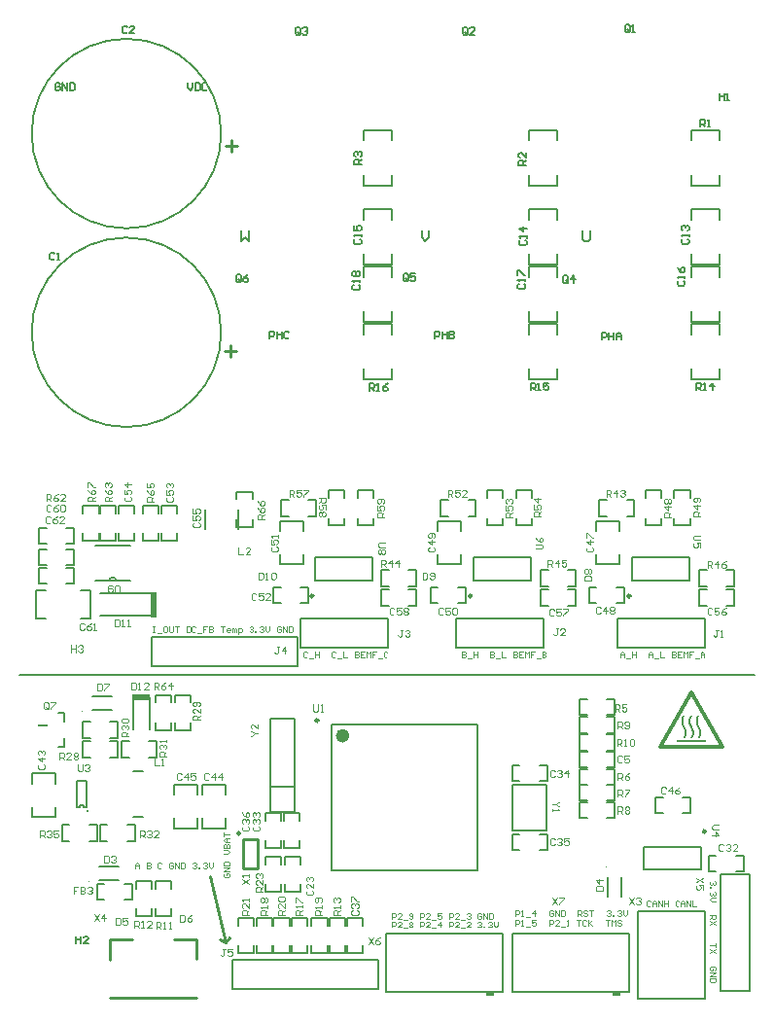
<source format=gto>
%FSLAX44Y44*%
%MOMM*%
G71*
G01*
G75*
%ADD10R,1.0000X0.9500*%
%ADD11R,1.6002X1.2700*%
%ADD12R,2.2000X1.1000*%
%ADD13R,0.9500X1.0000*%
%ADD14R,0.6500X0.4000*%
%ADD15O,0.6000X1.9000*%
%ADD16R,2.2000X1.4000*%
%ADD17R,0.9000X1.4000*%
%ADD18R,1.0000X0.4000*%
%ADD19R,0.8000X0.8000*%
%ADD20R,0.4000X1.4000*%
%ADD21R,2.3000X1.9000*%
%ADD22R,1.8000X1.9000*%
%ADD23R,1.1500X1.4000*%
%ADD24R,0.6000X1.2000*%
%ADD25R,0.8000X0.6000*%
%ADD26R,0.6000X0.8000*%
%ADD27R,0.5000X0.6000*%
%ADD28R,1.6000X3.9000*%
%ADD29R,2.1000X5.8000*%
%ADD30R,1.0000X0.6000*%
G04:AMPARAMS|DCode=31|XSize=1.05mm|YSize=3.82mm|CornerRadius=0.0525mm|HoleSize=0mm|Usage=FLASHONLY|Rotation=180.000|XOffset=0mm|YOffset=0mm|HoleType=Round|Shape=RoundedRectangle|*
%AMROUNDEDRECTD31*
21,1,1.0500,3.7150,0,0,180.0*
21,1,0.9450,3.8200,0,0,180.0*
1,1,0.1050,-0.4725,1.8575*
1,1,0.1050,0.4725,1.8575*
1,1,0.1050,0.4725,-1.8575*
1,1,0.1050,-0.4725,-1.8575*
%
%ADD31ROUNDEDRECTD31*%
G04:AMPARAMS|DCode=32|XSize=7.48mm|YSize=8.55mm|CornerRadius=0.0374mm|HoleSize=0mm|Usage=FLASHONLY|Rotation=90.000|XOffset=0mm|YOffset=0mm|HoleType=Round|Shape=RoundedRectangle|*
%AMROUNDEDRECTD32*
21,1,7.4800,8.4752,0,0,90.0*
21,1,7.4052,8.5500,0,0,90.0*
1,1,0.0748,4.2376,3.7026*
1,1,0.0748,4.2376,-3.7026*
1,1,0.0748,-4.2376,-3.7026*
1,1,0.0748,-4.2376,3.7026*
%
%ADD32ROUNDEDRECTD32*%
G04:AMPARAMS|DCode=33|XSize=0.6mm|YSize=1mm|CornerRadius=0.15mm|HoleSize=0mm|Usage=FLASHONLY|Rotation=90.000|XOffset=0mm|YOffset=0mm|HoleType=Round|Shape=RoundedRectangle|*
%AMROUNDEDRECTD33*
21,1,0.6000,0.7000,0,0,90.0*
21,1,0.3000,1.0000,0,0,90.0*
1,1,0.3000,0.3500,0.1500*
1,1,0.3000,0.3500,-0.1500*
1,1,0.3000,-0.3500,-0.1500*
1,1,0.3000,-0.3500,0.1500*
%
%ADD33ROUNDEDRECTD33*%
%ADD34R,1.8500X1.3000*%
%ADD35R,1.3000X1.8500*%
%ADD36O,1.6500X0.3000*%
%ADD37O,0.3000X1.6500*%
%ADD38R,7.0000X7.0000*%
%ADD39C,0.2500*%
%ADD40C,0.5000*%
%ADD41C,0.8000*%
%ADD42C,0.3500*%
%ADD43C,1.2000*%
%ADD44C,0.2540*%
%ADD45C,0.2032*%
%ADD46C,0.4000*%
%ADD47C,0.6000*%
%ADD48C,1.0000*%
%ADD49C,0.7500*%
%ADD50C,0.7620*%
%ADD51C,1.1000*%
%ADD52C,1.0160*%
%ADD53R,1.5500X1.5500*%
%ADD54C,1.5500*%
%ADD55C,1.5000*%
%ADD56R,1.5000X1.5000*%
%ADD57C,0.7000*%
%ADD58R,0.7000X0.7000*%
%ADD59R,1.5000X1.5000*%
%ADD60C,2.0000*%
G04:AMPARAMS|DCode=61|XSize=1.55mm|YSize=1.55mm|CornerRadius=0.0465mm|HoleSize=0mm|Usage=FLASHONLY|Rotation=180.000|XOffset=0mm|YOffset=0mm|HoleType=Round|Shape=RoundedRectangle|*
%AMROUNDEDRECTD61*
21,1,1.5500,1.4570,0,0,180.0*
21,1,1.4570,1.5500,0,0,180.0*
1,1,0.0930,-0.7285,0.7285*
1,1,0.0930,0.7285,0.7285*
1,1,0.0930,0.7285,-0.7285*
1,1,0.0930,-0.7285,-0.7285*
%
%ADD61ROUNDEDRECTD61*%
%ADD62C,0.6000*%
%ADD63C,5.0000*%
%ADD64R,1.9000X1.3000*%
%ADD65R,2.8000X1.0000*%
%ADD66R,0.8000X1.0000*%
%ADD67R,1.2000X0.7000*%
%ADD68R,1.2000X1.0000*%
%ADD69R,0.6000X1.0000*%
G04:AMPARAMS|DCode=70|XSize=0.6mm|YSize=1mm|CornerRadius=0.051mm|HoleSize=0mm|Usage=FLASHONLY|Rotation=180.000|XOffset=0mm|YOffset=0mm|HoleType=Round|Shape=RoundedRectangle|*
%AMROUNDEDRECTD70*
21,1,0.6000,0.8980,0,0,180.0*
21,1,0.4980,1.0000,0,0,180.0*
1,1,0.1020,-0.2490,0.4490*
1,1,0.1020,0.2490,0.4490*
1,1,0.1020,0.2490,-0.4490*
1,1,0.1020,-0.2490,-0.4490*
%
%ADD70ROUNDEDRECTD70*%
G04:AMPARAMS|DCode=71|XSize=3.1mm|YSize=4mm|CornerRadius=0.0465mm|HoleSize=0mm|Usage=FLASHONLY|Rotation=180.000|XOffset=0mm|YOffset=0mm|HoleType=Round|Shape=RoundedRectangle|*
%AMROUNDEDRECTD71*
21,1,3.1000,3.9070,0,0,180.0*
21,1,3.0070,4.0000,0,0,180.0*
1,1,0.0930,-1.5035,1.9535*
1,1,0.0930,1.5035,1.9535*
1,1,0.0930,1.5035,-1.9535*
1,1,0.0930,-1.5035,-1.9535*
%
%ADD71ROUNDEDRECTD71*%
%ADD72R,2.1590X2.7430*%
%ADD73C,0.1000*%
%ADD74C,0.1524*%
%ADD75C,0.2000*%
%ADD76C,0.2000*%
%ADD77C,0.1778*%
%ADD78C,0.1016*%
%ADD79C,0.3556*%
%ADD80R,0.8000X0.3000*%
%ADD81R,0.5080X2.1844*%
%ADD82R,1.6000X0.5000*%
%ADD83R,0.8250X0.2000*%
G36*
X1150677Y721334D02*
X1150931D01*
Y721080D01*
X1151185D01*
Y720826D01*
Y720572D01*
X1150931D01*
Y720318D01*
Y720064D01*
X1150677D01*
Y719810D01*
X1150423D01*
Y719556D01*
Y719302D01*
Y719048D01*
X1150169D01*
Y718794D01*
Y718540D01*
Y718286D01*
X1149915D01*
Y718032D01*
Y717778D01*
Y717524D01*
Y717270D01*
Y717016D01*
Y716762D01*
Y716508D01*
Y716254D01*
Y716000D01*
Y715746D01*
Y715492D01*
Y715238D01*
Y714984D01*
X1150169D01*
Y714730D01*
Y714476D01*
Y714222D01*
X1150423D01*
Y713968D01*
Y713714D01*
Y713460D01*
X1150677D01*
Y713206D01*
Y712952D01*
X1150931D01*
Y712698D01*
Y712444D01*
X1151185D01*
Y712190D01*
Y711936D01*
X1151439D01*
Y711682D01*
Y711428D01*
X1151693D01*
Y711174D01*
Y710920D01*
X1151947D01*
Y710666D01*
Y710412D01*
Y710158D01*
X1152201D01*
Y709904D01*
Y709650D01*
X1152455D01*
Y709396D01*
Y709142D01*
Y708888D01*
X1152709D01*
Y708634D01*
Y708380D01*
Y708126D01*
X1152963D01*
Y707872D01*
Y707618D01*
Y707364D01*
Y707110D01*
Y706856D01*
Y706602D01*
Y706348D01*
Y706094D01*
Y705840D01*
Y705586D01*
Y705332D01*
Y705078D01*
Y704824D01*
Y704570D01*
X1152709D01*
Y704316D01*
Y704062D01*
Y703808D01*
Y703554D01*
X1152455D01*
Y703300D01*
Y703046D01*
X1152201D01*
Y702792D01*
Y702538D01*
X1151947D01*
Y702284D01*
Y702030D01*
X1151693D01*
Y701776D01*
X1151058D01*
Y701522D01*
X1150296D01*
Y701776D01*
X1150042D01*
Y702030D01*
X1150296D01*
Y702284D01*
Y702538D01*
X1150550D01*
Y702792D01*
Y703046D01*
X1150804D01*
Y703300D01*
Y703554D01*
X1151058D01*
Y703808D01*
Y704062D01*
Y704316D01*
X1151312D01*
Y704570D01*
Y704824D01*
Y705078D01*
Y705332D01*
Y705586D01*
Y705840D01*
Y706094D01*
Y706348D01*
Y706602D01*
Y706856D01*
Y707110D01*
Y707364D01*
Y707618D01*
Y707872D01*
X1151058D01*
Y708126D01*
Y708380D01*
Y708634D01*
X1150804D01*
Y708888D01*
Y709142D01*
Y709396D01*
X1150550D01*
Y709650D01*
Y709904D01*
X1150296D01*
Y710158D01*
Y710412D01*
X1150042D01*
Y710666D01*
Y710920D01*
X1149788D01*
Y711174D01*
Y711428D01*
X1149534D01*
Y711682D01*
Y711936D01*
X1149280D01*
Y712190D01*
Y712444D01*
Y712698D01*
X1149026D01*
Y712952D01*
Y713206D01*
X1148772D01*
Y713460D01*
Y713714D01*
Y713968D01*
X1148518D01*
Y714222D01*
Y714476D01*
Y714730D01*
Y714984D01*
X1148264D01*
Y715238D01*
Y715492D01*
Y715746D01*
Y716000D01*
Y716254D01*
Y716508D01*
Y716762D01*
Y717016D01*
Y717270D01*
Y717524D01*
Y717778D01*
Y718032D01*
X1148518D01*
Y718286D01*
Y718540D01*
Y718794D01*
Y719048D01*
X1148772D01*
Y719302D01*
Y719556D01*
X1149026D01*
Y719810D01*
Y720064D01*
X1149280D01*
Y720318D01*
Y720572D01*
X1149534D01*
Y720826D01*
X1149788D01*
Y721080D01*
Y721334D01*
X1150042D01*
Y721080D01*
X1150423D01*
Y721334D01*
Y721588D01*
X1150677D01*
Y721334D01*
D02*
G37*
G36*
X1169854Y697966D02*
X1144454D01*
Y699744D01*
X1169854D01*
Y697966D01*
D02*
G37*
G36*
X1163377Y721334D02*
X1163631D01*
Y721080D01*
X1163885D01*
Y720826D01*
Y720572D01*
X1163631D01*
Y720318D01*
Y720064D01*
X1163377D01*
Y719810D01*
X1163123D01*
Y719556D01*
Y719302D01*
Y719048D01*
X1162869D01*
Y718794D01*
Y718540D01*
Y718286D01*
X1162615D01*
Y718032D01*
Y717778D01*
Y717524D01*
Y717270D01*
Y717016D01*
Y716762D01*
Y716508D01*
Y716254D01*
Y716000D01*
Y715746D01*
Y715492D01*
Y715238D01*
Y714984D01*
X1162869D01*
Y714730D01*
Y714476D01*
Y714222D01*
X1163123D01*
Y713968D01*
Y713714D01*
Y713460D01*
X1163377D01*
Y713206D01*
Y712952D01*
X1163631D01*
Y712698D01*
Y712444D01*
X1163885D01*
Y712190D01*
Y711936D01*
X1164139D01*
Y711682D01*
Y711428D01*
X1164393D01*
Y711174D01*
Y710920D01*
X1164647D01*
Y710666D01*
Y710412D01*
Y710158D01*
X1164901D01*
Y709904D01*
Y709650D01*
X1165155D01*
Y709396D01*
Y709142D01*
Y708888D01*
X1165409D01*
Y708634D01*
Y708380D01*
Y708126D01*
X1165663D01*
Y707872D01*
Y707618D01*
Y707364D01*
Y707110D01*
Y706856D01*
Y706602D01*
Y706348D01*
Y706094D01*
Y705840D01*
Y705586D01*
Y705332D01*
Y705078D01*
Y704824D01*
Y704570D01*
X1165409D01*
Y704316D01*
Y704062D01*
Y703808D01*
Y703554D01*
X1165155D01*
Y703300D01*
Y703046D01*
X1164901D01*
Y702792D01*
Y702538D01*
X1164647D01*
Y702284D01*
Y702030D01*
X1164393D01*
Y701776D01*
X1163758D01*
Y701522D01*
X1162996D01*
Y701776D01*
X1162742D01*
Y702030D01*
X1162996D01*
Y702284D01*
Y702538D01*
X1163250D01*
Y702792D01*
Y703046D01*
X1163504D01*
Y703300D01*
Y703554D01*
X1163758D01*
Y703808D01*
Y704062D01*
Y704316D01*
X1164012D01*
Y704570D01*
Y704824D01*
Y705078D01*
Y705332D01*
Y705586D01*
Y705840D01*
Y706094D01*
Y706348D01*
Y706602D01*
Y706856D01*
Y707110D01*
Y707364D01*
Y707618D01*
Y707872D01*
X1163758D01*
Y708126D01*
Y708380D01*
Y708634D01*
X1163504D01*
Y708888D01*
Y709142D01*
Y709396D01*
X1163250D01*
Y709650D01*
Y709904D01*
X1162996D01*
Y710158D01*
Y710412D01*
X1162742D01*
Y710666D01*
Y710920D01*
X1162488D01*
Y711174D01*
Y711428D01*
X1162234D01*
Y711682D01*
Y711936D01*
X1161980D01*
Y712190D01*
Y712444D01*
Y712698D01*
X1161726D01*
Y712952D01*
Y713206D01*
X1161472D01*
Y713460D01*
Y713714D01*
Y713968D01*
X1161218D01*
Y714222D01*
Y714476D01*
Y714730D01*
Y714984D01*
X1160964D01*
Y715238D01*
Y715492D01*
Y715746D01*
Y716000D01*
Y716254D01*
Y716508D01*
Y716762D01*
Y717016D01*
Y717270D01*
Y717524D01*
Y717778D01*
Y718032D01*
X1161218D01*
Y718286D01*
Y718540D01*
Y718794D01*
Y719048D01*
X1161472D01*
Y719302D01*
Y719556D01*
X1161726D01*
Y719810D01*
Y720064D01*
X1161980D01*
Y720318D01*
Y720572D01*
X1162234D01*
Y720826D01*
X1162488D01*
Y721080D01*
Y721334D01*
X1162742D01*
Y721080D01*
X1163123D01*
Y721334D01*
Y721588D01*
X1163377D01*
Y721334D01*
D02*
G37*
G36*
X1157027D02*
X1157281D01*
Y721080D01*
X1157535D01*
Y720826D01*
Y720572D01*
X1157281D01*
Y720318D01*
Y720064D01*
X1157027D01*
Y719810D01*
X1156773D01*
Y719556D01*
Y719302D01*
Y719048D01*
X1156519D01*
Y718794D01*
Y718540D01*
Y718286D01*
X1156265D01*
Y718032D01*
Y717778D01*
Y717524D01*
Y717270D01*
Y717016D01*
Y716762D01*
Y716508D01*
Y716254D01*
Y716000D01*
Y715746D01*
Y715492D01*
Y715238D01*
Y714984D01*
X1156519D01*
Y714730D01*
Y714476D01*
Y714222D01*
X1156773D01*
Y713968D01*
Y713714D01*
Y713460D01*
X1157027D01*
Y713206D01*
Y712952D01*
X1157281D01*
Y712698D01*
Y712444D01*
X1157535D01*
Y712190D01*
Y711936D01*
X1157789D01*
Y711682D01*
Y711428D01*
X1158043D01*
Y711174D01*
Y710920D01*
X1158297D01*
Y710666D01*
Y710412D01*
Y710158D01*
X1158551D01*
Y709904D01*
Y709650D01*
X1158805D01*
Y709396D01*
Y709142D01*
Y708888D01*
X1159059D01*
Y708634D01*
Y708380D01*
Y708126D01*
X1159313D01*
Y707872D01*
Y707618D01*
Y707364D01*
Y707110D01*
Y706856D01*
Y706602D01*
Y706348D01*
Y706094D01*
Y705840D01*
Y705586D01*
Y705332D01*
Y705078D01*
Y704824D01*
Y704570D01*
X1159059D01*
Y704316D01*
Y704062D01*
Y703808D01*
Y703554D01*
X1158805D01*
Y703300D01*
Y703046D01*
X1158551D01*
Y702792D01*
Y702538D01*
X1158297D01*
Y702284D01*
Y702030D01*
X1158043D01*
Y701776D01*
X1157408D01*
Y701522D01*
X1156646D01*
Y701776D01*
X1156392D01*
Y702030D01*
X1156646D01*
Y702284D01*
Y702538D01*
X1156900D01*
Y702792D01*
Y703046D01*
X1157154D01*
Y703300D01*
Y703554D01*
X1157408D01*
Y703808D01*
Y704062D01*
Y704316D01*
X1157662D01*
Y704570D01*
Y704824D01*
Y705078D01*
Y705332D01*
Y705586D01*
Y705840D01*
Y706094D01*
Y706348D01*
Y706602D01*
Y706856D01*
Y707110D01*
Y707364D01*
Y707618D01*
Y707872D01*
X1157408D01*
Y708126D01*
Y708380D01*
Y708634D01*
X1157154D01*
Y708888D01*
Y709142D01*
Y709396D01*
X1156900D01*
Y709650D01*
Y709904D01*
X1156646D01*
Y710158D01*
Y710412D01*
X1156392D01*
Y710666D01*
Y710920D01*
X1156138D01*
Y711174D01*
Y711428D01*
X1155884D01*
Y711682D01*
Y711936D01*
X1155630D01*
Y712190D01*
Y712444D01*
Y712698D01*
X1155376D01*
Y712952D01*
Y713206D01*
X1155122D01*
Y713460D01*
Y713714D01*
Y713968D01*
X1154868D01*
Y714222D01*
Y714476D01*
Y714730D01*
Y714984D01*
X1154614D01*
Y715238D01*
Y715492D01*
Y715746D01*
Y716000D01*
Y716254D01*
Y716508D01*
Y716762D01*
Y717016D01*
Y717270D01*
Y717524D01*
Y717778D01*
Y718032D01*
X1154868D01*
Y718286D01*
Y718540D01*
Y718794D01*
Y719048D01*
X1155122D01*
Y719302D01*
Y719556D01*
X1155376D01*
Y719810D01*
Y720064D01*
X1155630D01*
Y720318D01*
Y720572D01*
X1155884D01*
Y720826D01*
X1156138D01*
Y721080D01*
Y721334D01*
X1156392D01*
Y721080D01*
X1156773D01*
Y721334D01*
Y721588D01*
X1157027D01*
Y721334D01*
D02*
G37*
D39*
X1104154Y825532D02*
G03*
X1104154Y825532I-1250J0D01*
G01*
X965854D02*
G03*
X965854Y825532I-1250J0D01*
G01*
X827854D02*
G03*
X827854Y825532I-1250J0D01*
G01*
X764264Y618812D02*
G03*
X764264Y618812I-1250J0D01*
G01*
X1169544Y620532D02*
G03*
X1169544Y620532I-1250J0D01*
G01*
X832404Y717032D02*
G03*
X832404Y717032I-1250J0D01*
G01*
X738297Y581676D02*
X751656Y524178D01*
X746695Y526282D02*
X751656Y524178D01*
X755154Y528032D01*
D44*
X766550Y588332D02*
Y613732D01*
Y588332D02*
X779504D01*
X766550Y613732D02*
X779504D01*
Y588332D02*
Y613732D01*
X651154Y476032D02*
X726154D01*
Y509532D02*
Y526532D01*
X706654D02*
X726154D01*
X651154D02*
X670654D01*
X651154Y509032D02*
Y526532D01*
X760804Y1038397D02*
X750647D01*
X755726Y1033318D02*
Y1043475D01*
X761566Y1217238D02*
X751409D01*
X756488Y1212160D02*
Y1222317D01*
D47*
X856404Y703782D02*
G03*
X856404Y703782I-3000J0D01*
G01*
D73*
X956404Y838032D02*
G03*
X956404Y838032I-500J0D01*
G01*
X1094404D02*
G03*
X1094404Y838032I-500J0D01*
G01*
X819404D02*
G03*
X819404Y838032I-500J0D01*
G01*
X626874Y724928D02*
G03*
X626874Y724928I-500J0D01*
G01*
X1083550Y589812D02*
G03*
X1083550Y589812I-500J0D01*
G01*
X632874Y576928D02*
G03*
X632874Y576928I-500J0D01*
G01*
X751153Y518030D02*
X749153D01*
X750153D01*
Y513032D01*
X749153Y512032D01*
X748154D01*
X747154Y513032D01*
X757151Y518030D02*
X753152D01*
Y515031D01*
X755151Y516031D01*
X756151D01*
X757151Y515031D01*
Y513032D01*
X756151Y512032D01*
X754152D01*
X753152Y513032D01*
X798232Y781030D02*
X796233D01*
X797233D01*
Y776032D01*
X796233Y775032D01*
X795233D01*
X794234Y776032D01*
X803231Y775032D02*
Y781030D01*
X800232Y778031D01*
X804230D01*
X905800Y796030D02*
X903801D01*
X904800D01*
Y791032D01*
X903801Y790032D01*
X902801D01*
X901801Y791032D01*
X907800Y795030D02*
X908799Y796030D01*
X910798D01*
X911798Y795030D01*
Y794031D01*
X910798Y793031D01*
X909799D01*
X910798D01*
X911798Y792031D01*
Y791032D01*
X910798Y790032D01*
X908799D01*
X907800Y791032D01*
X1040968Y797030D02*
X1038969D01*
X1039968D01*
Y792032D01*
X1038969Y791032D01*
X1037969D01*
X1036969Y792032D01*
X1046966Y791032D02*
X1042967D01*
X1046966Y795031D01*
Y796030D01*
X1045966Y797030D01*
X1043967D01*
X1042967Y796030D01*
X1180379Y796030D02*
X1178380D01*
X1179379D01*
Y791032D01*
X1178380Y790032D01*
X1177380D01*
X1176380Y791032D01*
X1182378Y790032D02*
X1184378D01*
X1183378D01*
Y796030D01*
X1182378Y795030D01*
X785154Y892452D02*
X779156D01*
Y895452D01*
X780156Y896451D01*
X782155D01*
X783155Y895452D01*
Y892452D01*
Y894452D02*
X785154Y896451D01*
X779156Y902449D02*
X780156Y900450D01*
X782155Y898451D01*
X784154D01*
X785154Y899450D01*
Y901450D01*
X784154Y902449D01*
X783155D01*
X782155Y901450D01*
Y898451D01*
X779156Y908447D02*
X780156Y906448D01*
X782155Y904449D01*
X784154D01*
X785154Y905448D01*
Y907448D01*
X784154Y908447D01*
X783155D01*
X782155Y907448D01*
Y904449D01*
X773506Y703782D02*
X774506D01*
X776505Y705781D01*
X774506Y707781D01*
X773506D01*
X776505Y705781D02*
X779504D01*
Y713779D02*
Y709780D01*
X775505Y713779D01*
X774506D01*
X773506Y712779D01*
Y710780D01*
X774506Y709780D01*
X1042152Y646032D02*
X1041152D01*
X1039153Y644033D01*
X1041152Y642033D01*
X1042152D01*
X1039153Y644033D02*
X1036154D01*
Y640034D02*
Y638035D01*
Y639034D01*
X1042152D01*
X1041152Y640034D01*
X1035932Y563030D02*
X1039931Y557032D01*
Y563030D02*
X1035932Y557032D01*
X1041930Y563030D02*
X1045929D01*
Y562030D01*
X1041930Y558032D01*
Y557032D01*
X1167216Y580032D02*
X1161218Y576033D01*
X1167216D02*
X1161218Y580032D01*
X1167216Y570035D02*
Y574034D01*
X1164217D01*
X1165217Y572035D01*
Y571035D01*
X1164217Y570035D01*
X1162218D01*
X1161218Y571035D01*
Y573034D01*
X1162218Y574034D01*
X637040Y548131D02*
X641039Y542133D01*
Y548131D02*
X637040Y542133D01*
X646038D02*
Y548131D01*
X643039Y545132D01*
X647037D01*
X766156Y575032D02*
X772154Y579031D01*
X766156D02*
X772154Y575032D01*
Y581030D02*
Y583029D01*
Y582030D01*
X766156D01*
X767156Y581030D01*
X659154Y829034D02*
Y834032D01*
X658154Y835032D01*
X656155D01*
X655155Y834032D01*
Y829034D01*
X653156Y834032D02*
X652156Y835032D01*
X650157D01*
X649157Y834032D01*
Y830034D01*
X650157Y829034D01*
X652156D01*
X653156Y830034D01*
Y831033D01*
X652156Y832033D01*
X649157D01*
X890152Y872032D02*
X885154D01*
X884154Y871032D01*
Y869033D01*
X885154Y868033D01*
X890152D01*
X889152Y866034D02*
X890152Y865034D01*
Y863035D01*
X889152Y862035D01*
X888153D01*
X887153Y863035D01*
X886153Y862035D01*
X885154D01*
X884154Y863035D01*
Y865034D01*
X885154Y866034D01*
X886153D01*
X887153Y865034D01*
X888153Y866034D01*
X889152D01*
X887153Y865034D02*
Y863035D01*
X1021656Y866532D02*
X1026654D01*
X1027654Y867532D01*
Y869531D01*
X1026654Y870531D01*
X1021656D01*
Y876529D02*
X1022656Y874529D01*
X1024655Y872530D01*
X1026654D01*
X1027654Y873530D01*
Y875529D01*
X1026654Y876529D01*
X1025655D01*
X1024655Y875529D01*
Y872530D01*
X1164930Y878032D02*
X1159932D01*
X1158932Y877032D01*
Y875033D01*
X1159932Y874033D01*
X1164930D01*
Y868035D02*
Y872034D01*
X1161931D01*
X1162931Y870035D01*
Y869035D01*
X1161931Y868035D01*
X1159932D01*
X1158932Y869035D01*
Y871034D01*
X1159932Y872034D01*
X1181152Y626032D02*
X1176154D01*
X1175154Y625032D01*
Y623033D01*
X1176154Y622033D01*
X1181152D01*
X1175154Y617035D02*
X1181152D01*
X1178153Y620034D01*
Y616035D01*
X637654Y908032D02*
X631656D01*
Y911031D01*
X632656Y912031D01*
X634655D01*
X635655Y911031D01*
Y908032D01*
Y910031D02*
X637654Y912031D01*
X631656Y918029D02*
X632656Y916029D01*
X634655Y914030D01*
X636654D01*
X637654Y915030D01*
Y917029D01*
X636654Y918029D01*
X635655D01*
X634655Y917029D01*
Y914030D01*
X631656Y920028D02*
Y924027D01*
X632656D01*
X636654Y920028D01*
X637654D01*
X807154Y912032D02*
Y918030D01*
X810153D01*
X811153Y917030D01*
Y915031D01*
X810153Y914031D01*
X807154D01*
X809153D02*
X811153Y912032D01*
X817151Y918030D02*
X813152D01*
Y915031D01*
X815151Y916031D01*
X816151D01*
X817151Y915031D01*
Y913032D01*
X816151Y912032D01*
X814152D01*
X813152Y913032D01*
X819150Y918030D02*
X823149D01*
Y917030D01*
X819150Y913032D01*
Y912032D01*
X1026154Y894828D02*
X1020156D01*
Y897827D01*
X1021156Y898827D01*
X1023156D01*
X1024155Y897827D01*
Y894828D01*
Y896827D02*
X1026154Y898827D01*
X1020156Y904825D02*
Y900826D01*
X1023156D01*
X1022156Y902825D01*
Y903825D01*
X1023156Y904825D01*
X1025155D01*
X1026154Y903825D01*
Y901826D01*
X1025155Y900826D01*
X1026154Y909823D02*
X1020156D01*
X1023156Y906824D01*
Y910823D01*
X1001096Y894032D02*
X995098D01*
Y897031D01*
X996097Y898031D01*
X998097D01*
X999097Y897031D01*
Y894032D01*
Y896031D02*
X1001096Y898031D01*
X995098Y904029D02*
Y900030D01*
X998097D01*
X997097Y902029D01*
Y903029D01*
X998097Y904029D01*
X1000096D01*
X1001096Y903029D01*
Y901030D01*
X1000096Y900030D01*
X996097Y906028D02*
X995098Y907028D01*
Y909027D01*
X996097Y910027D01*
X997097D01*
X998097Y909027D01*
Y908027D01*
Y909027D01*
X999097Y910027D01*
X1000096D01*
X1001096Y909027D01*
Y907028D01*
X1000096Y906028D01*
X672154Y536334D02*
Y542332D01*
X675153D01*
X676153Y541333D01*
Y539333D01*
X675153Y538334D01*
X672154D01*
X674153D02*
X676153Y536334D01*
X678152D02*
X680151D01*
X679152D01*
Y542332D01*
X678152Y541333D01*
X687149Y536334D02*
X683150D01*
X687149Y540333D01*
Y541333D01*
X686150Y542332D01*
X684150D01*
X683150Y541333D01*
X691154Y535532D02*
Y541530D01*
X694153D01*
X695153Y540530D01*
Y538531D01*
X694153Y537531D01*
X691154D01*
X693153D02*
X695153Y535532D01*
X697152D02*
X699151D01*
X698152D01*
Y541530D01*
X697152Y540530D01*
X702150Y535532D02*
X704150D01*
X703150D01*
Y541530D01*
X702150Y540530D01*
X623153Y572030D02*
X619154D01*
Y569031D01*
X621153D01*
X619154D01*
Y566032D01*
X625152Y572030D02*
Y566032D01*
X628151D01*
X629151Y567032D01*
Y568031D01*
X628151Y569031D01*
X625152D01*
X628151D01*
X629151Y570031D01*
Y571030D01*
X628151Y572030D01*
X625152D01*
X631150Y571030D02*
X632150Y572030D01*
X634149D01*
X635149Y571030D01*
Y570031D01*
X634149Y569031D01*
X633149D01*
X634149D01*
X635149Y568031D01*
Y567032D01*
X634149Y566032D01*
X632150D01*
X631150Y567032D01*
X669364Y750030D02*
Y744032D01*
X672364D01*
X673363Y745032D01*
Y749030D01*
X672364Y750030D01*
X669364D01*
X675362Y744032D02*
X677362D01*
X676362D01*
Y750030D01*
X675362Y749030D01*
X684360Y744032D02*
X680361D01*
X684360Y748031D01*
Y749030D01*
X683360Y750030D01*
X681360D01*
X680361Y749030D01*
X655154Y805030D02*
Y799032D01*
X658153D01*
X659153Y800032D01*
Y804030D01*
X658153Y805030D01*
X655154D01*
X661152Y799032D02*
X663151D01*
X662152D01*
Y805030D01*
X661152Y804030D01*
X666150Y799032D02*
X668150D01*
X667150D01*
Y805030D01*
X666150Y804030D01*
X780154Y846030D02*
Y840032D01*
X783153D01*
X784153Y841032D01*
Y845030D01*
X783153Y846030D01*
X780154D01*
X786152Y840032D02*
X788151D01*
X787152D01*
Y846030D01*
X786152Y845030D01*
X791150D02*
X792150Y846030D01*
X794149D01*
X795149Y845030D01*
Y841032D01*
X794149Y840032D01*
X792150D01*
X791150Y841032D01*
Y845030D01*
X923154Y846030D02*
Y840032D01*
X926153D01*
X927153Y841032D01*
Y845030D01*
X926153Y846030D01*
X923154D01*
X929152Y841032D02*
X930152Y840032D01*
X932151D01*
X933151Y841032D01*
Y845030D01*
X932151Y846030D01*
X930152D01*
X929152Y845030D01*
Y844031D01*
X930152Y843031D01*
X933151D01*
X1064156Y838782D02*
X1070154D01*
Y841781D01*
X1069154Y842781D01*
X1065156D01*
X1064156Y841781D01*
Y838782D01*
X1065156Y844780D02*
X1064156Y845780D01*
Y847779D01*
X1065156Y848779D01*
X1066155D01*
X1067155Y847779D01*
X1068155Y848779D01*
X1069154D01*
X1070154Y847779D01*
Y845780D01*
X1069154Y844780D01*
X1068155D01*
X1067155Y845780D01*
X1066155Y844780D01*
X1065156D01*
X1067155Y845780D02*
Y847779D01*
X599153Y894030D02*
X598153Y895030D01*
X596154D01*
X595154Y894030D01*
Y890032D01*
X596154Y889032D01*
X598153D01*
X599153Y890032D01*
X605151Y895030D02*
X603151Y894030D01*
X601152Y892031D01*
Y890032D01*
X602152Y889032D01*
X604151D01*
X605151Y890032D01*
Y891031D01*
X604151Y892031D01*
X601152D01*
X611149Y889032D02*
X607150D01*
X611149Y893031D01*
Y894030D01*
X610149Y895030D01*
X608150D01*
X607150Y894030D01*
X628623Y801037D02*
X627623Y802037D01*
X625624D01*
X624624Y801037D01*
Y797038D01*
X625624Y796039D01*
X627623D01*
X628623Y797038D01*
X634621Y802037D02*
X632622Y801037D01*
X630622Y799038D01*
Y797038D01*
X631622Y796039D01*
X633621D01*
X634621Y797038D01*
Y798038D01*
X633621Y799038D01*
X630622D01*
X636620Y796039D02*
X638620D01*
X637620D01*
Y802037D01*
X636620Y801037D01*
X599517Y904030D02*
X598517Y905030D01*
X596518D01*
X595518Y904030D01*
Y900032D01*
X596518Y899032D01*
X598517D01*
X599517Y900032D01*
X605515Y905030D02*
X603515Y904030D01*
X601516Y902031D01*
Y900032D01*
X602516Y899032D01*
X604515D01*
X605515Y900032D01*
Y901031D01*
X604515Y902031D01*
X601516D01*
X607514Y904030D02*
X608514Y905030D01*
X610513D01*
X611513Y904030D01*
Y900032D01*
X610513Y899032D01*
X608514D01*
X607514Y900032D01*
Y904030D01*
X898355Y814123D02*
X897356Y815123D01*
X895357D01*
X894357Y814123D01*
Y810125D01*
X895357Y809125D01*
X897356D01*
X898355Y810125D01*
X904354Y815123D02*
X900355D01*
Y812124D01*
X902354Y813124D01*
X903354D01*
X904354Y812124D01*
Y810125D01*
X903354Y809125D01*
X901355D01*
X900355Y810125D01*
X906353Y814123D02*
X907353Y815123D01*
X909352D01*
X910352Y814123D01*
Y813124D01*
X909352Y812124D01*
X910352Y811124D01*
Y810125D01*
X909352Y809125D01*
X907353D01*
X906353Y810125D01*
Y811124D01*
X907353Y812124D01*
X906353Y813124D01*
Y814123D01*
X907353Y812124D02*
X909352D01*
X1037496Y813030D02*
X1036496Y814030D01*
X1034497D01*
X1033497Y813030D01*
Y809032D01*
X1034497Y808032D01*
X1036496D01*
X1037496Y809032D01*
X1043494Y814030D02*
X1039495D01*
Y811031D01*
X1041494Y812031D01*
X1042494D01*
X1043494Y811031D01*
Y809032D01*
X1042494Y808032D01*
X1040495D01*
X1039495Y809032D01*
X1045493Y814030D02*
X1049492D01*
Y813030D01*
X1045493Y809032D01*
Y808032D01*
X1175153Y814030D02*
X1174153Y815030D01*
X1172154D01*
X1171154Y814030D01*
Y810032D01*
X1172154Y809032D01*
X1174153D01*
X1175153Y810032D01*
X1181151Y815030D02*
X1177152D01*
Y812031D01*
X1179151Y813031D01*
X1180151D01*
X1181151Y812031D01*
Y810032D01*
X1180151Y809032D01*
X1178152D01*
X1177152Y810032D01*
X1187149Y815030D02*
X1185150Y814030D01*
X1183150Y812031D01*
Y810032D01*
X1184150Y809032D01*
X1186149D01*
X1187149Y810032D01*
Y811031D01*
X1186149Y812031D01*
X1183150D01*
X724156Y889266D02*
X723156Y888267D01*
Y886267D01*
X724156Y885267D01*
X728154D01*
X729154Y886267D01*
Y888267D01*
X728154Y889266D01*
X723156Y895264D02*
Y891265D01*
X726155D01*
X725155Y893265D01*
Y894265D01*
X726155Y895264D01*
X728154D01*
X729154Y894265D01*
Y892265D01*
X728154Y891265D01*
X723156Y901262D02*
Y897264D01*
X726155D01*
X725155Y899263D01*
Y900263D01*
X726155Y901262D01*
X728154D01*
X729154Y900263D01*
Y898263D01*
X728154Y897264D01*
X664156Y912031D02*
X663156Y911031D01*
Y909032D01*
X664156Y908032D01*
X668154D01*
X669154Y909032D01*
Y911031D01*
X668154Y912031D01*
X663156Y918029D02*
Y914030D01*
X666155D01*
X665155Y916029D01*
Y917029D01*
X666155Y918029D01*
X668154D01*
X669154Y917029D01*
Y915030D01*
X668154Y914030D01*
X669154Y923027D02*
X663156D01*
X666155Y920028D01*
Y924027D01*
X700906Y911781D02*
X699906Y910781D01*
Y908782D01*
X700906Y907782D01*
X704904D01*
X705904Y908782D01*
Y910781D01*
X704904Y911781D01*
X699906Y917779D02*
Y913780D01*
X702905D01*
X701905Y915779D01*
Y916779D01*
X702905Y917779D01*
X704904D01*
X705904Y916779D01*
Y914780D01*
X704904Y913780D01*
X700906Y919778D02*
X699906Y920778D01*
Y922777D01*
X700906Y923777D01*
X701905D01*
X702905Y922777D01*
Y921777D01*
Y922777D01*
X703905Y923777D01*
X704904D01*
X705904Y922777D01*
Y920778D01*
X704904Y919778D01*
X778153Y827030D02*
X777153Y828030D01*
X775154D01*
X774154Y827030D01*
Y823032D01*
X775154Y822032D01*
X777153D01*
X778153Y823032D01*
X784151Y828030D02*
X780152D01*
Y825031D01*
X782151Y826031D01*
X783151D01*
X784151Y825031D01*
Y823032D01*
X783151Y822032D01*
X781152D01*
X780152Y823032D01*
X790149Y822032D02*
X786150D01*
X790149Y826031D01*
Y827030D01*
X789149Y828030D01*
X787150D01*
X786150Y827030D01*
X941153Y814030D02*
X940153Y815030D01*
X938154D01*
X937154Y814030D01*
Y810032D01*
X938154Y809032D01*
X940153D01*
X941153Y810032D01*
X947151Y815030D02*
X943152D01*
Y812031D01*
X945151Y813031D01*
X946151D01*
X947151Y812031D01*
Y810032D01*
X946151Y809032D01*
X944152D01*
X943152Y810032D01*
X949150Y814030D02*
X950150Y815030D01*
X952149D01*
X953149Y814030D01*
Y810032D01*
X952149Y809032D01*
X950150D01*
X949150Y810032D01*
Y814030D01*
X1135078Y658030D02*
X1134079Y659030D01*
X1132079D01*
X1131080Y658030D01*
Y654032D01*
X1132079Y653032D01*
X1134079D01*
X1135078Y654032D01*
X1140077Y653032D02*
Y659030D01*
X1137078Y656031D01*
X1141076D01*
X1147074Y659030D02*
X1145075Y658030D01*
X1143076Y656031D01*
Y654032D01*
X1144075Y653032D01*
X1146075D01*
X1147074Y654032D01*
Y655031D01*
X1146075Y656031D01*
X1143076D01*
X713153Y670220D02*
X712153Y671220D01*
X710154D01*
X709154Y670220D01*
Y666222D01*
X710154Y665222D01*
X712153D01*
X713153Y666222D01*
X718151Y665222D02*
Y671220D01*
X715152Y668221D01*
X719151D01*
X725149Y671220D02*
X721150D01*
Y668221D01*
X723149Y669221D01*
X724149D01*
X725149Y668221D01*
Y666222D01*
X724149Y665222D01*
X722150D01*
X721150Y666222D01*
X737153Y670030D02*
X736153Y671030D01*
X734154D01*
X733154Y670030D01*
Y666032D01*
X734154Y665032D01*
X736153D01*
X737153Y666032D01*
X742151Y665032D02*
Y671030D01*
X739152Y668031D01*
X743151D01*
X748149Y665032D02*
Y671030D01*
X745150Y668031D01*
X749149D01*
X689654Y683840D02*
Y677842D01*
X693653D01*
X695652D02*
X697651D01*
X696652D01*
Y683840D01*
X695652Y682840D01*
X776156Y625031D02*
X775156Y624031D01*
Y622032D01*
X776156Y621032D01*
X780154D01*
X781154Y622032D01*
Y624031D01*
X780154Y625031D01*
X776156Y627030D02*
X775156Y628030D01*
Y630029D01*
X776156Y631029D01*
X777155D01*
X778155Y630029D01*
Y629029D01*
Y630029D01*
X779155Y631029D01*
X780154D01*
X781154Y630029D01*
Y628030D01*
X780154Y627030D01*
X776156Y633028D02*
X775156Y634028D01*
Y636027D01*
X776156Y637027D01*
X777155D01*
X778155Y636027D01*
Y635028D01*
Y636027D01*
X779155Y637027D01*
X780154D01*
X781154Y636027D01*
Y634028D01*
X780154Y633028D01*
X1171154Y850032D02*
Y856030D01*
X1174153D01*
X1175153Y855030D01*
Y853031D01*
X1174153Y852031D01*
X1171154D01*
X1173153D02*
X1175153Y850032D01*
X1180151D02*
Y856030D01*
X1177152Y853031D01*
X1181151D01*
X1187149Y856030D02*
X1185150Y855030D01*
X1183150Y853031D01*
Y851032D01*
X1184150Y850032D01*
X1186149D01*
X1187149Y851032D01*
Y852031D01*
X1186149Y853031D01*
X1183150D01*
X762933Y867759D02*
Y861761D01*
X766931D01*
X772929D02*
X768931D01*
X772929Y865760D01*
Y866760D01*
X771930Y867759D01*
X769930D01*
X768931Y866760D01*
X862156Y551798D02*
X861156Y550798D01*
Y548799D01*
X862156Y547799D01*
X866154D01*
X867154Y548799D01*
Y550798D01*
X866154Y551798D01*
X862156Y553797D02*
X861156Y554797D01*
Y556796D01*
X862156Y557796D01*
X863155D01*
X864155Y556796D01*
Y555796D01*
Y556796D01*
X865155Y557796D01*
X866154D01*
X867154Y556796D01*
Y554797D01*
X866154Y553797D01*
X861156Y559795D02*
Y563794D01*
X862156D01*
X866154Y559795D01*
X867154D01*
X689154Y907782D02*
X683156D01*
Y910781D01*
X684156Y911781D01*
X686155D01*
X687155Y910781D01*
Y907782D01*
Y909781D02*
X689154Y911781D01*
X683156Y917779D02*
X684156Y915779D01*
X686155Y913780D01*
X688154D01*
X689154Y914780D01*
Y916779D01*
X688154Y917779D01*
X687155D01*
X686155Y916779D01*
Y913780D01*
X683156Y923777D02*
Y919778D01*
X686155D01*
X685155Y921777D01*
Y922777D01*
X686155Y923777D01*
X688154D01*
X689154Y922777D01*
Y920778D01*
X688154Y919778D01*
X689419Y744240D02*
Y750238D01*
X692418D01*
X693417Y749238D01*
Y747239D01*
X692418Y746239D01*
X689419D01*
X691418D02*
X693417Y744240D01*
X699415Y750238D02*
X697416Y749238D01*
X695417Y747239D01*
Y745240D01*
X696416Y744240D01*
X698416D01*
X699415Y745240D01*
Y746239D01*
X698416Y747239D01*
X695417D01*
X704414Y744240D02*
Y750238D01*
X701415Y747239D01*
X705413D01*
X772154Y547799D02*
X766156D01*
Y550798D01*
X767156Y551798D01*
X769155D01*
X770155Y550798D01*
Y547799D01*
Y549798D02*
X772154Y551798D01*
Y557796D02*
Y553797D01*
X768155Y557796D01*
X767156D01*
X766156Y556796D01*
Y554797D01*
X767156Y553797D01*
X772154Y559795D02*
Y561795D01*
Y560795D01*
X766156D01*
X767156Y559795D01*
X889708Y894032D02*
X883709D01*
Y897031D01*
X884709Y898031D01*
X886709D01*
X887708Y897031D01*
Y894032D01*
Y896031D02*
X889708Y898031D01*
X883709Y904029D02*
Y900030D01*
X886709D01*
X885709Y902029D01*
Y903029D01*
X886709Y904029D01*
X888708D01*
X889708Y903029D01*
Y901030D01*
X888708Y900030D01*
Y906028D02*
X889708Y907028D01*
Y909027D01*
X888708Y910027D01*
X884709D01*
X883709Y909027D01*
Y907028D01*
X884709Y906028D01*
X885709D01*
X886709Y907028D01*
Y910027D01*
X803038Y547799D02*
X797040D01*
Y550798D01*
X798039Y551798D01*
X800039D01*
X801038Y550798D01*
Y547799D01*
Y549798D02*
X803038Y551798D01*
Y557796D02*
Y553797D01*
X799039Y557796D01*
X798039D01*
X797040Y556796D01*
Y554797D01*
X798039Y553797D01*
Y559795D02*
X797040Y560795D01*
Y562794D01*
X798039Y563794D01*
X802038D01*
X803038Y562794D01*
Y560795D01*
X802038Y559795D01*
X798039D01*
X835322Y547799D02*
X829324D01*
Y550798D01*
X830323Y551798D01*
X832323D01*
X833323Y550798D01*
Y547799D01*
Y549798D02*
X835322Y551798D01*
Y553797D02*
Y555796D01*
Y554797D01*
X829324D01*
X830323Y553797D01*
X834322Y558795D02*
X835322Y559795D01*
Y561794D01*
X834322Y562794D01*
X830323D01*
X829324Y561794D01*
Y559795D01*
X830323Y558795D01*
X831323D01*
X832323Y559795D01*
Y562794D01*
X788038Y547799D02*
X782040D01*
Y550798D01*
X783039Y551798D01*
X785039D01*
X786038Y550798D01*
Y547799D01*
Y549798D02*
X788038Y551798D01*
Y553797D02*
Y555796D01*
Y554797D01*
X782040D01*
X783039Y553797D01*
Y558795D02*
X782040Y559795D01*
Y561794D01*
X783039Y562794D01*
X784039D01*
X785039Y561794D01*
X786038Y562794D01*
X787038D01*
X788038Y561794D01*
Y559795D01*
X787038Y558795D01*
X786038D01*
X785039Y559795D01*
X784039Y558795D01*
X783039D01*
X785039Y559795D02*
Y561794D01*
X818154Y548032D02*
X812156D01*
Y551031D01*
X813156Y552031D01*
X815155D01*
X816155Y551031D01*
Y548032D01*
Y550031D02*
X818154Y552031D01*
Y554030D02*
Y556029D01*
Y555030D01*
X812156D01*
X813156Y554030D01*
X812156Y559028D02*
Y563027D01*
X813156D01*
X817154Y559028D01*
X818154D01*
X851154Y547799D02*
X845156D01*
Y550798D01*
X846156Y551798D01*
X848155D01*
X849155Y550798D01*
Y547799D01*
Y549798D02*
X851154Y551798D01*
Y553797D02*
Y555796D01*
Y554797D01*
X845156D01*
X846156Y553797D01*
Y558795D02*
X845156Y559795D01*
Y561794D01*
X846156Y562794D01*
X847155D01*
X848155Y561794D01*
Y560795D01*
Y561794D01*
X849155Y562794D01*
X850154D01*
X851154Y561794D01*
Y559795D01*
X850154Y558795D01*
X945154Y912032D02*
Y918030D01*
X948153D01*
X949153Y917030D01*
Y915031D01*
X948153Y914031D01*
X945154D01*
X947153D02*
X949153Y912032D01*
X955151Y918030D02*
X951152D01*
Y915031D01*
X953151Y916031D01*
X954151D01*
X955151Y915031D01*
Y913032D01*
X954151Y912032D01*
X952152D01*
X951152Y913032D01*
X961149Y912032D02*
X957150D01*
X961149Y916031D01*
Y917030D01*
X960149Y918030D01*
X958150D01*
X957150Y917030D01*
X767156Y625031D02*
X766156Y624031D01*
Y622032D01*
X767156Y621032D01*
X771154D01*
X772154Y622032D01*
Y624031D01*
X771154Y625031D01*
X767156Y627030D02*
X766156Y628030D01*
Y630029D01*
X767156Y631029D01*
X768155D01*
X769155Y630029D01*
Y629029D01*
Y630029D01*
X770155Y631029D01*
X771154D01*
X772154Y630029D01*
Y628030D01*
X771154Y627030D01*
X766156Y637027D02*
X767156Y635028D01*
X769155Y633028D01*
X771154D01*
X772154Y634028D01*
Y636027D01*
X771154Y637027D01*
X770155D01*
X769155Y636027D01*
Y633028D01*
X1038153Y613530D02*
X1037153Y614530D01*
X1035154D01*
X1034154Y613530D01*
Y609532D01*
X1035154Y608532D01*
X1037153D01*
X1038153Y609532D01*
X1040152Y613530D02*
X1041152Y614530D01*
X1043151D01*
X1044151Y613530D01*
Y612531D01*
X1043151Y611531D01*
X1042151D01*
X1043151D01*
X1044151Y610531D01*
Y609532D01*
X1043151Y608532D01*
X1041152D01*
X1040152Y609532D01*
X1050149Y614530D02*
X1046150D01*
Y611531D01*
X1048149Y612531D01*
X1049149D01*
X1050149Y611531D01*
Y609532D01*
X1049149Y608532D01*
X1047150D01*
X1046150Y609532D01*
X1038153Y673030D02*
X1037153Y674030D01*
X1035154D01*
X1034154Y673030D01*
Y669032D01*
X1035154Y668032D01*
X1037153D01*
X1038153Y669032D01*
X1040152Y673030D02*
X1041152Y674030D01*
X1043151D01*
X1044151Y673030D01*
Y672031D01*
X1043151Y671031D01*
X1042151D01*
X1043151D01*
X1044151Y670031D01*
Y669032D01*
X1043151Y668032D01*
X1041152D01*
X1040152Y669032D01*
X1049149Y668032D02*
Y674030D01*
X1046150Y671031D01*
X1050149D01*
X623154Y678840D02*
Y673842D01*
X624154Y672842D01*
X626153D01*
X627153Y673842D01*
Y678840D01*
X629152Y677840D02*
X630152Y678840D01*
X632151D01*
X633151Y677840D01*
Y676841D01*
X632151Y675841D01*
X631151D01*
X632151D01*
X633151Y674841D01*
Y673842D01*
X632151Y672842D01*
X630152D01*
X629152Y673842D01*
X1165104Y895032D02*
X1159106D01*
Y898031D01*
X1160106Y899031D01*
X1162105D01*
X1163105Y898031D01*
Y895032D01*
Y897031D02*
X1165104Y899031D01*
Y904029D02*
X1159106D01*
X1162105Y901030D01*
Y905029D01*
X1164104Y907028D02*
X1165104Y908028D01*
Y910027D01*
X1164104Y911027D01*
X1160106D01*
X1159106Y910027D01*
Y908028D01*
X1160106Y907028D01*
X1161105D01*
X1162105Y908028D01*
Y911027D01*
X1139504Y894032D02*
X1133506D01*
Y897031D01*
X1134506Y898031D01*
X1136505D01*
X1137505Y897031D01*
Y894032D01*
Y896031D02*
X1139504Y898031D01*
Y903029D02*
X1133506D01*
X1136505Y900030D01*
Y904029D01*
X1134506Y906028D02*
X1133506Y907028D01*
Y909027D01*
X1134506Y910027D01*
X1135505D01*
X1136505Y909027D01*
X1137505Y910027D01*
X1138504D01*
X1139504Y909027D01*
Y907028D01*
X1138504Y906028D01*
X1137505D01*
X1136505Y907028D01*
X1135505Y906028D01*
X1134506D01*
X1136505Y907028D02*
Y909027D01*
X1032154Y851032D02*
Y857030D01*
X1035153D01*
X1036153Y856030D01*
Y854031D01*
X1035153Y853031D01*
X1032154D01*
X1034153D02*
X1036153Y851032D01*
X1041151D02*
Y857030D01*
X1038152Y854031D01*
X1042151D01*
X1048149Y857030D02*
X1044150D01*
Y854031D01*
X1046150Y855031D01*
X1047149D01*
X1048149Y854031D01*
Y852032D01*
X1047149Y851032D01*
X1045150D01*
X1044150Y852032D01*
X886918Y851032D02*
Y857030D01*
X889918D01*
X890917Y856030D01*
Y854031D01*
X889918Y853031D01*
X886918D01*
X888918D02*
X890917Y851032D01*
X895916D02*
Y857030D01*
X892917Y854031D01*
X896915D01*
X901914Y851032D02*
Y857030D01*
X898915Y854031D01*
X902913D01*
X1083154Y912032D02*
Y918030D01*
X1086153D01*
X1087153Y917030D01*
Y915031D01*
X1086153Y914031D01*
X1083154D01*
X1085153D02*
X1087153Y912032D01*
X1092151D02*
Y918030D01*
X1089152Y915031D01*
X1093151D01*
X1095150Y917030D02*
X1096150Y918030D01*
X1098149D01*
X1099149Y917030D01*
Y916031D01*
X1098149Y915031D01*
X1097150D01*
X1098149D01*
X1099149Y914031D01*
Y913032D01*
X1098149Y912032D01*
X1096150D01*
X1095150Y913032D01*
X597153Y728032D02*
Y732030D01*
X596153Y733030D01*
X594154D01*
X593154Y732030D01*
Y728032D01*
X594154Y727032D01*
X596153D01*
X595153Y729031D02*
X597153Y727032D01*
X596153D02*
X597153Y728032D01*
X599152Y733030D02*
X603151D01*
Y732030D01*
X599152Y728032D01*
Y727032D01*
X589156Y679031D02*
X588156Y678031D01*
Y676032D01*
X589156Y675032D01*
X593154D01*
X594154Y676032D01*
Y678031D01*
X593154Y679031D01*
X594154Y684029D02*
X588156D01*
X591155Y681030D01*
Y685029D01*
X589156Y687028D02*
X588156Y688028D01*
Y690027D01*
X589156Y691027D01*
X590155D01*
X591155Y690027D01*
Y689027D01*
Y690027D01*
X592155Y691027D01*
X593154D01*
X594154Y690027D01*
Y688028D01*
X593154Y687028D01*
X652154Y908032D02*
X646156D01*
Y911031D01*
X647156Y912031D01*
X649155D01*
X650155Y911031D01*
Y908032D01*
Y910031D02*
X652154Y912031D01*
X646156Y918029D02*
X647156Y916029D01*
X649155Y914030D01*
X651154D01*
X652154Y915030D01*
Y917029D01*
X651154Y918029D01*
X650155D01*
X649155Y917029D01*
Y914030D01*
X647156Y920028D02*
X646156Y921028D01*
Y923027D01*
X647156Y924027D01*
X648155D01*
X649155Y923027D01*
Y922028D01*
Y923027D01*
X650155Y924027D01*
X651154D01*
X652154Y923027D01*
Y921028D01*
X651154Y920028D01*
X784080Y568032D02*
X778082D01*
Y571031D01*
X779081Y572031D01*
X781080D01*
X782080Y571031D01*
Y568032D01*
Y570031D02*
X784080Y572031D01*
Y578029D02*
Y574030D01*
X780081Y578029D01*
X779081D01*
X778082Y577029D01*
Y575030D01*
X779081Y574030D01*
Y580028D02*
X778082Y581028D01*
Y583027D01*
X779081Y584027D01*
X780081D01*
X781080Y583027D01*
Y582028D01*
Y583027D01*
X782080Y584027D01*
X783080D01*
X784080Y583027D01*
Y581028D01*
X783080Y580028D01*
X1093154Y636032D02*
Y642030D01*
X1096153D01*
X1097153Y641030D01*
Y639031D01*
X1096153Y638031D01*
X1093154D01*
X1095153D02*
X1097153Y636032D01*
X1099152Y641030D02*
X1100152Y642030D01*
X1102151D01*
X1103151Y641030D01*
Y640031D01*
X1102151Y639031D01*
X1103151Y638031D01*
Y637032D01*
X1102151Y636032D01*
X1100152D01*
X1099152Y637032D01*
Y638031D01*
X1100152Y639031D01*
X1099152Y640031D01*
Y641030D01*
X1100152Y639031D02*
X1102151D01*
X822509Y569031D02*
X821509Y568031D01*
Y566032D01*
X822509Y565032D01*
X826508D01*
X827508Y566032D01*
Y568031D01*
X826508Y569031D01*
X827508Y575029D02*
Y571030D01*
X823509Y575029D01*
X822509D01*
X821509Y574029D01*
Y572030D01*
X822509Y571030D01*
Y577028D02*
X821509Y578028D01*
Y580027D01*
X822509Y581027D01*
X823509D01*
X824509Y580027D01*
Y579027D01*
Y580027D01*
X825508Y581027D01*
X826508D01*
X827508Y580027D01*
Y578028D01*
X826508Y577028D01*
X676981Y615106D02*
Y621105D01*
X679980D01*
X680979Y620105D01*
Y618105D01*
X679980Y617106D01*
X676981D01*
X678980D02*
X680979Y615106D01*
X682979Y620105D02*
X683978Y621105D01*
X685978D01*
X686977Y620105D01*
Y619105D01*
X685978Y618105D01*
X684978D01*
X685978D01*
X686977Y617106D01*
Y616106D01*
X685978Y615106D01*
X683978D01*
X682979Y616106D01*
X692975Y615106D02*
X688977D01*
X692975Y619105D01*
Y620105D01*
X691976Y621105D01*
X689976D01*
X688977Y620105D01*
X700154Y686032D02*
X694156D01*
Y689031D01*
X695156Y690031D01*
X697155D01*
X698155Y689031D01*
Y686032D01*
Y688031D02*
X700154Y690031D01*
X695156Y692030D02*
X694156Y693030D01*
Y695029D01*
X695156Y696029D01*
X696155D01*
X697155Y695029D01*
Y694029D01*
Y695029D01*
X698155Y696029D01*
X699154D01*
X700154Y695029D01*
Y693030D01*
X699154Y692030D01*
X700154Y698028D02*
Y700027D01*
Y699028D01*
X694156D01*
X695156Y698028D01*
X667154Y703032D02*
X661156D01*
Y706031D01*
X662156Y707031D01*
X664155D01*
X665155Y706031D01*
Y703032D01*
Y705031D02*
X667154Y707031D01*
X662156Y709030D02*
X661156Y710030D01*
Y712029D01*
X662156Y713029D01*
X663155D01*
X664155Y712029D01*
Y711029D01*
Y712029D01*
X665155Y713029D01*
X666154D01*
X667154Y712029D01*
Y710030D01*
X666154Y709030D01*
X662156Y715028D02*
X661156Y716028D01*
Y718027D01*
X662156Y719027D01*
X666154D01*
X667154Y718027D01*
Y716028D01*
X666154Y715028D01*
X662156D01*
X729154Y717386D02*
X723156D01*
Y720385D01*
X724156Y721385D01*
X726155D01*
X727155Y720385D01*
Y717386D01*
Y719385D02*
X729154Y721385D01*
Y727383D02*
Y723384D01*
X725155Y727383D01*
X724156D01*
X723156Y726383D01*
Y724384D01*
X724156Y723384D01*
X728154Y729382D02*
X729154Y730382D01*
Y732381D01*
X728154Y733381D01*
X724156D01*
X723156Y732381D01*
Y730382D01*
X724156Y729382D01*
X725155D01*
X726155Y730382D01*
Y733381D01*
X607058Y683032D02*
Y689030D01*
X610057D01*
X611057Y688030D01*
Y686031D01*
X610057Y685031D01*
X607058D01*
X609057D02*
X611057Y683032D01*
X617055D02*
X613056D01*
X617055Y687031D01*
Y688030D01*
X616055Y689030D01*
X614056D01*
X613056Y688030D01*
X619054D02*
X620054Y689030D01*
X622053D01*
X623053Y688030D01*
Y687031D01*
X622053Y686031D01*
X623053Y685031D01*
Y684032D01*
X622053Y683032D01*
X620054D01*
X619054Y684032D01*
Y685031D01*
X620054Y686031D01*
X619054Y687031D01*
Y688030D01*
X620054Y686031D02*
X622053D01*
X1185153Y608280D02*
X1184153Y609280D01*
X1182154D01*
X1181154Y608280D01*
Y604282D01*
X1182154Y603282D01*
X1184153D01*
X1185153Y604282D01*
X1187152Y608280D02*
X1188152Y609280D01*
X1190151D01*
X1191151Y608280D01*
Y607281D01*
X1190151Y606281D01*
X1189151D01*
X1190151D01*
X1191151Y605281D01*
Y604282D01*
X1190151Y603282D01*
X1188152D01*
X1187152Y604282D01*
X1197149Y603282D02*
X1193150D01*
X1197149Y607281D01*
Y608280D01*
X1196149Y609280D01*
X1194150D01*
X1193150Y608280D01*
X1093069Y710032D02*
Y716030D01*
X1096068D01*
X1097067Y715030D01*
Y713031D01*
X1096068Y712031D01*
X1093069D01*
X1095068D02*
X1097067Y710032D01*
X1099067Y711032D02*
X1100066Y710032D01*
X1102066D01*
X1103065Y711032D01*
Y715030D01*
X1102066Y716030D01*
X1100066D01*
X1099067Y715030D01*
Y714031D01*
X1100066Y713031D01*
X1103065D01*
X1093154Y650765D02*
Y656763D01*
X1096153D01*
X1097153Y655763D01*
Y653764D01*
X1096153Y652764D01*
X1093154D01*
X1095153D02*
X1097153Y650765D01*
X1099152Y656763D02*
X1103151D01*
Y655763D01*
X1099152Y651765D01*
Y650765D01*
X1073906Y569032D02*
X1079904D01*
Y572031D01*
X1078904Y573031D01*
X1074906D01*
X1073906Y572031D01*
Y569032D01*
X1079904Y578029D02*
X1073906D01*
X1076905Y575030D01*
Y579029D01*
X646018Y599030D02*
Y593032D01*
X649017D01*
X650017Y594032D01*
Y598030D01*
X649017Y599030D01*
X646018D01*
X652016Y598030D02*
X653016Y599030D01*
X655015D01*
X656015Y598030D01*
Y597031D01*
X655015Y596031D01*
X654015D01*
X655015D01*
X656015Y595031D01*
Y594032D01*
X655015Y593032D01*
X653016D01*
X652016Y594032D01*
X1096903Y685330D02*
X1095903Y686330D01*
X1093904D01*
X1092904Y685330D01*
Y681332D01*
X1093904Y680332D01*
X1095903D01*
X1096903Y681332D01*
X1102901Y686330D02*
X1098902D01*
Y683331D01*
X1100901Y684331D01*
X1101901D01*
X1102901Y683331D01*
Y681332D01*
X1101901Y680332D01*
X1099902D01*
X1098902Y681332D01*
X875876Y528182D02*
X879875Y522183D01*
Y528182D02*
X875876Y522183D01*
X885873Y528182D02*
X883873Y527182D01*
X881874Y525182D01*
Y523183D01*
X882874Y522183D01*
X884873D01*
X885873Y523183D01*
Y524183D01*
X884873Y525182D01*
X881874D01*
X639745Y749134D02*
Y743136D01*
X642744D01*
X643744Y744136D01*
Y748134D01*
X642744Y749134D01*
X639745D01*
X645743D02*
X649742D01*
Y748134D01*
X645743Y744136D01*
Y743136D01*
X712154Y548030D02*
Y542032D01*
X715153D01*
X716153Y543032D01*
Y547030D01*
X715153Y548030D01*
X712154D01*
X722151D02*
X720151Y547030D01*
X718152Y545031D01*
Y543032D01*
X719152Y542032D01*
X721151D01*
X722151Y543032D01*
Y544031D01*
X721151Y545031D01*
X718152D01*
X655904Y545030D02*
Y539032D01*
X658903D01*
X659903Y540032D01*
Y544030D01*
X658903Y545030D01*
X655904D01*
X665901D02*
X661902D01*
Y542031D01*
X663901Y543031D01*
X664901D01*
X665901Y542031D01*
Y540032D01*
X664901Y539032D01*
X662902D01*
X661902Y540032D01*
X1090648Y724939D02*
Y730937D01*
X1093647D01*
X1094647Y729938D01*
Y727938D01*
X1093647Y726939D01*
X1090648D01*
X1092647D02*
X1094647Y724939D01*
X1100645Y730937D02*
X1096646D01*
Y727938D01*
X1098645Y728938D01*
X1099645D01*
X1100645Y727938D01*
Y725939D01*
X1099645Y724939D01*
X1097646D01*
X1096646Y725939D01*
X1093154Y665332D02*
Y671330D01*
X1096153D01*
X1097153Y670330D01*
Y668331D01*
X1096153Y667331D01*
X1093154D01*
X1095153D02*
X1097153Y665332D01*
X1103151Y671330D02*
X1101151Y670330D01*
X1099152Y668331D01*
Y666332D01*
X1100152Y665332D01*
X1102151D01*
X1103151Y666332D01*
Y667331D01*
X1102151Y668331D01*
X1099152D01*
X1092518Y695032D02*
Y701030D01*
X1095517D01*
X1096517Y700030D01*
Y698031D01*
X1095517Y697031D01*
X1092518D01*
X1094517D02*
X1096517Y695032D01*
X1098516D02*
X1100515D01*
X1099516D01*
Y701030D01*
X1098516Y700030D01*
X1103514D02*
X1104514Y701030D01*
X1106514D01*
X1107513Y700030D01*
Y696032D01*
X1106514Y695032D01*
X1104514D01*
X1103514Y696032D01*
Y700030D01*
X1066906Y868031D02*
X1065906Y867031D01*
Y865032D01*
X1066906Y864032D01*
X1070904D01*
X1071904Y865032D01*
Y867031D01*
X1070904Y868031D01*
X1071904Y873029D02*
X1065906D01*
X1068905Y870030D01*
Y874029D01*
X1065906Y876028D02*
Y880027D01*
X1066906D01*
X1070904Y876028D01*
X1071904D01*
X1077993Y815030D02*
X1076993Y816030D01*
X1074994D01*
X1073994Y815030D01*
Y811032D01*
X1074994Y810032D01*
X1076993D01*
X1077993Y811032D01*
X1082991Y810032D02*
Y816030D01*
X1079992Y813031D01*
X1083991D01*
X1085990Y815030D02*
X1086990Y816030D01*
X1088989D01*
X1089989Y815030D01*
Y814031D01*
X1088989Y813031D01*
X1089989Y812031D01*
Y811032D01*
X1088989Y810032D01*
X1086990D01*
X1085990Y811032D01*
Y812031D01*
X1086990Y813031D01*
X1085990Y814031D01*
Y815030D01*
X1086990Y813031D02*
X1088989D01*
X928906Y868031D02*
X927906Y867031D01*
Y865032D01*
X928906Y864032D01*
X932904D01*
X933904Y865032D01*
Y867031D01*
X932904Y868031D01*
X933904Y873029D02*
X927906D01*
X930905Y870030D01*
Y874029D01*
X932904Y876028D02*
X933904Y877028D01*
Y879027D01*
X932904Y880027D01*
X928906D01*
X927906Y879027D01*
Y877028D01*
X928906Y876028D01*
X929905D01*
X930905Y877028D01*
Y880027D01*
X1102954Y563030D02*
X1106953Y557032D01*
Y563030D02*
X1102954Y557032D01*
X1108952Y562030D02*
X1109952Y563030D01*
X1111951D01*
X1112951Y562030D01*
Y561031D01*
X1111951Y560031D01*
X1110951D01*
X1111951D01*
X1112951Y559031D01*
Y558032D01*
X1111951Y557032D01*
X1109952D01*
X1108952Y558032D01*
X590048Y615106D02*
Y621105D01*
X593047D01*
X594047Y620105D01*
Y618105D01*
X593047Y617106D01*
X590048D01*
X592048D02*
X594047Y615106D01*
X596046Y620105D02*
X597046Y621105D01*
X599045D01*
X600045Y620105D01*
Y619105D01*
X599045Y618105D01*
X598046D01*
X599045D01*
X600045Y617106D01*
Y616106D01*
X599045Y615106D01*
X597046D01*
X596046Y616106D01*
X606043Y621105D02*
X602044D01*
Y618105D01*
X604044Y619105D01*
X605043D01*
X606043Y618105D01*
Y616106D01*
X605043Y615106D01*
X603044D01*
X602044Y616106D01*
X832454Y910668D02*
X838452D01*
Y907669D01*
X837452Y906669D01*
X835453D01*
X834453Y907669D01*
Y910668D01*
Y908669D02*
X832454Y906669D01*
X838452Y900671D02*
Y904670D01*
X835453D01*
X836453Y902671D01*
Y901671D01*
X835453Y900671D01*
X833454D01*
X832454Y901671D01*
Y903670D01*
X833454Y904670D01*
X837452Y898672D02*
X838452Y897672D01*
Y895673D01*
X837452Y894673D01*
X836453D01*
X835453Y895673D01*
X834453Y894673D01*
X833454D01*
X832454Y895673D01*
Y897672D01*
X833454Y898672D01*
X834453D01*
X835453Y897672D01*
X836453Y898672D01*
X837452D01*
X835453Y897672D02*
Y895673D01*
X595518Y908032D02*
Y914030D01*
X598517D01*
X599517Y913030D01*
Y911031D01*
X598517Y910031D01*
X595518D01*
X597517D02*
X599517Y908032D01*
X605515Y914030D02*
X603515Y913030D01*
X601516Y911031D01*
Y909032D01*
X602516Y908032D01*
X604515D01*
X605515Y909032D01*
Y910031D01*
X604515Y911031D01*
X601516D01*
X611513Y908032D02*
X607514D01*
X611513Y912031D01*
Y913030D01*
X610513Y914030D01*
X608514D01*
X607514Y913030D01*
X791906Y868531D02*
X790906Y867531D01*
Y865532D01*
X791906Y864532D01*
X795904D01*
X796904Y865532D01*
Y867531D01*
X795904Y868531D01*
X790906Y874529D02*
Y870530D01*
X793905D01*
X792905Y872529D01*
Y873529D01*
X793905Y874529D01*
X795904D01*
X796904Y873529D01*
Y871530D01*
X795904Y870530D01*
X796904Y876528D02*
Y878527D01*
Y877528D01*
X790906D01*
X791906Y876528D01*
X827854Y731226D02*
Y725978D01*
X828904Y724928D01*
X831003D01*
X832053Y725978D01*
Y731226D01*
X834152Y724928D02*
X836251D01*
X835202D01*
Y731226D01*
X834152Y730176D01*
X617197Y782636D02*
Y776638D01*
Y779638D01*
X621195D01*
Y782636D01*
Y776638D01*
X623195Y781637D02*
X624194Y782636D01*
X626194D01*
X627193Y781637D01*
Y780637D01*
X626194Y779638D01*
X625194D01*
X626194D01*
X627193Y778638D01*
Y777638D01*
X626194Y776638D01*
X624194D01*
X623195Y777638D01*
X1177319Y577032D02*
X1178152Y576199D01*
Y574533D01*
X1177319Y573700D01*
X1176486D01*
X1175653Y574533D01*
Y575366D01*
Y574533D01*
X1174820Y573700D01*
X1173987D01*
X1173154Y574533D01*
Y576199D01*
X1173987Y577032D01*
X1173154Y572034D02*
X1173987D01*
Y571201D01*
X1173154D01*
Y572034D01*
X1177319Y567868D02*
X1178152Y567035D01*
Y565369D01*
X1177319Y564536D01*
X1176486D01*
X1175653Y565369D01*
Y566202D01*
Y565369D01*
X1174820Y564536D01*
X1173987D01*
X1173154Y565369D01*
Y567035D01*
X1173987Y567868D01*
X1178152Y562870D02*
X1174820D01*
X1173154Y561204D01*
X1174820Y559538D01*
X1178152D01*
X1173154Y547875D02*
X1178152D01*
Y545376D01*
X1177319Y544543D01*
X1175653D01*
X1174820Y545376D01*
Y547875D01*
Y546209D02*
X1173154Y544543D01*
X1178152Y542877D02*
X1173154Y539544D01*
X1178152D02*
X1173154Y542877D01*
X1178152Y522883D02*
Y519551D01*
Y521217D01*
X1173154D01*
X1178152Y517885D02*
X1173154Y514552D01*
X1178152D02*
X1173154Y517885D01*
X1177319Y499557D02*
X1178152Y500390D01*
Y502057D01*
X1177319Y502890D01*
X1173987D01*
X1173154Y502057D01*
Y500390D01*
X1173987Y499557D01*
X1175653D01*
Y501223D01*
X1173154Y497891D02*
X1178152D01*
X1173154Y494559D01*
X1178152D01*
Y492893D02*
X1173154D01*
Y490394D01*
X1173987Y489561D01*
X1177319D01*
X1178152Y490394D01*
Y492893D01*
X672654Y588032D02*
Y591364D01*
X674320Y593030D01*
X675986Y591364D01*
Y588032D01*
Y590531D01*
X672654D01*
X682651Y593030D02*
Y588032D01*
X685150D01*
X685983Y588865D01*
Y589698D01*
X685150Y590531D01*
X682651D01*
X685150D01*
X685983Y591364D01*
Y592197D01*
X685150Y593030D01*
X682651D01*
X695980Y592197D02*
X695147Y593030D01*
X693481D01*
X692647Y592197D01*
Y588865D01*
X693481Y588032D01*
X695147D01*
X695980Y588865D01*
X705976Y592197D02*
X705143Y593030D01*
X703477D01*
X702644Y592197D01*
Y588865D01*
X703477Y588032D01*
X705143D01*
X705976Y588865D01*
Y590531D01*
X704310D01*
X707643Y588032D02*
Y593030D01*
X710975Y588032D01*
Y593030D01*
X712641D02*
Y588032D01*
X715140D01*
X715973Y588865D01*
Y592197D01*
X715140Y593030D01*
X712641D01*
X722638Y592197D02*
X723471Y593030D01*
X725137D01*
X725970Y592197D01*
Y591364D01*
X725137Y590531D01*
X724304D01*
X725137D01*
X725970Y589698D01*
Y588865D01*
X725137Y588032D01*
X723471D01*
X722638Y588865D01*
X727636Y588032D02*
Y588865D01*
X728469D01*
Y588032D01*
X727636D01*
X731801Y592197D02*
X732634Y593030D01*
X734301D01*
X735134Y592197D01*
Y591364D01*
X734301Y590531D01*
X733467D01*
X734301D01*
X735134Y589698D01*
Y588865D01*
X734301Y588032D01*
X732634D01*
X731801Y588865D01*
X736800Y593030D02*
Y589698D01*
X738466Y588032D01*
X740132Y589698D01*
Y593030D01*
X688154Y799030D02*
X689820D01*
X688987D01*
Y794032D01*
X688154D01*
X689820D01*
X692319Y793199D02*
X695652D01*
X699817Y799030D02*
X698151D01*
X697318Y798197D01*
Y794865D01*
X698151Y794032D01*
X699817D01*
X700650Y794865D01*
Y798197D01*
X699817Y799030D01*
X702316D02*
Y794865D01*
X703149Y794032D01*
X704815D01*
X705648Y794865D01*
Y799030D01*
X707314D02*
X710647D01*
X708980D01*
Y794032D01*
X717311Y799030D02*
Y794032D01*
X719810D01*
X720643Y794865D01*
Y798197D01*
X719810Y799030D01*
X717311D01*
X725642Y798197D02*
X724809Y799030D01*
X723143D01*
X722309Y798197D01*
Y794865D01*
X723143Y794032D01*
X724809D01*
X725642Y794865D01*
X727308Y793199D02*
X730640D01*
X735639Y799030D02*
X732306D01*
Y796531D01*
X733972D01*
X732306D01*
Y794032D01*
X737305Y799030D02*
Y794032D01*
X739804D01*
X740637Y794865D01*
Y795698D01*
X739804Y796531D01*
X737305D01*
X739804D01*
X740637Y797364D01*
Y798197D01*
X739804Y799030D01*
X737305D01*
X747301D02*
X750634D01*
X748967D01*
Y794032D01*
X754799D02*
X753133D01*
X752300Y794865D01*
Y796531D01*
X753133Y797364D01*
X754799D01*
X755632Y796531D01*
Y795698D01*
X752300D01*
X757298Y794032D02*
Y797364D01*
X758131D01*
X758964Y796531D01*
Y794032D01*
Y796531D01*
X759797Y797364D01*
X760630Y796531D01*
Y794032D01*
X762296Y792366D02*
Y797364D01*
X764796D01*
X765629Y796531D01*
Y794865D01*
X764796Y794032D01*
X762296D01*
X772293Y798197D02*
X773126Y799030D01*
X774792D01*
X775625Y798197D01*
Y797364D01*
X774792Y796531D01*
X773959D01*
X774792D01*
X775625Y795698D01*
Y794865D01*
X774792Y794032D01*
X773126D01*
X772293Y794865D01*
X777291Y794032D02*
Y794865D01*
X778125D01*
Y794032D01*
X777291D01*
X781457Y798197D02*
X782290Y799030D01*
X783956D01*
X784789Y798197D01*
Y797364D01*
X783956Y796531D01*
X783123D01*
X783956D01*
X784789Y795698D01*
Y794865D01*
X783956Y794032D01*
X782290D01*
X781457Y794865D01*
X786455Y799030D02*
Y795698D01*
X788121Y794032D01*
X789787Y795698D01*
Y799030D01*
X799784Y798197D02*
X798951Y799030D01*
X797285D01*
X796452Y798197D01*
Y794865D01*
X797285Y794032D01*
X798951D01*
X799784Y794865D01*
Y796531D01*
X798118D01*
X801450Y794032D02*
Y799030D01*
X804782Y794032D01*
Y799030D01*
X806449D02*
Y794032D01*
X808948D01*
X809781Y794865D01*
Y798197D01*
X808948Y799030D01*
X806449D01*
X822486Y776197D02*
X821653Y777030D01*
X819987D01*
X819154Y776197D01*
Y772865D01*
X819987Y772032D01*
X821653D01*
X822486Y772865D01*
X824152Y771199D02*
X827485D01*
X829151Y777030D02*
Y772032D01*
Y774531D01*
X832483D01*
Y777030D01*
Y772032D01*
X847478Y776197D02*
X846645Y777030D01*
X844979D01*
X844146Y776197D01*
Y772865D01*
X844979Y772032D01*
X846645D01*
X847478Y772865D01*
X849144Y771199D02*
X852476D01*
X854143Y777030D02*
Y772032D01*
X857475D01*
X864139Y777030D02*
Y772032D01*
X866638D01*
X867471Y772865D01*
Y773698D01*
X866638Y774531D01*
X864139D01*
X866638D01*
X867471Y775364D01*
Y776197D01*
X866638Y777030D01*
X864139D01*
X872470D02*
X869138D01*
Y772032D01*
X872470D01*
X869138Y774531D02*
X870804D01*
X874136Y772032D02*
Y777030D01*
X875802Y775364D01*
X877468Y777030D01*
Y772032D01*
X882467Y777030D02*
X879134D01*
Y774531D01*
X880800D01*
X879134D01*
Y772032D01*
X884133Y771199D02*
X887465D01*
X892463Y776197D02*
X891630Y777030D01*
X889964D01*
X889131Y776197D01*
Y772865D01*
X889964Y772032D01*
X891630D01*
X892463Y772865D01*
X957154Y777030D02*
Y772032D01*
X959653D01*
X960486Y772865D01*
Y773698D01*
X959653Y774531D01*
X957154D01*
X959653D01*
X960486Y775364D01*
Y776197D01*
X959653Y777030D01*
X957154D01*
X962152Y771199D02*
X965485D01*
X967151Y777030D02*
Y772032D01*
Y774531D01*
X970483D01*
Y777030D01*
Y772032D01*
X982146Y777030D02*
Y772032D01*
X984645D01*
X985478Y772865D01*
Y773698D01*
X984645Y774531D01*
X982146D01*
X984645D01*
X985478Y775364D01*
Y776197D01*
X984645Y777030D01*
X982146D01*
X987144Y771199D02*
X990477D01*
X992143Y777030D02*
Y772032D01*
X995475D01*
X1002139Y777030D02*
Y772032D01*
X1004639D01*
X1005471Y772865D01*
Y773698D01*
X1004639Y774531D01*
X1002139D01*
X1004639D01*
X1005471Y775364D01*
Y776197D01*
X1004639Y777030D01*
X1002139D01*
X1010470D02*
X1007138D01*
Y772032D01*
X1010470D01*
X1007138Y774531D02*
X1008804D01*
X1012136Y772032D02*
Y777030D01*
X1013802Y775364D01*
X1015468Y777030D01*
Y772032D01*
X1020467Y777030D02*
X1017134D01*
Y774531D01*
X1018801D01*
X1017134D01*
Y772032D01*
X1022133Y771199D02*
X1025465D01*
X1027131Y777030D02*
Y772032D01*
X1029630D01*
X1030463Y772865D01*
Y773698D01*
X1029630Y774531D01*
X1027131D01*
X1029630D01*
X1030463Y775364D01*
Y776197D01*
X1029630Y777030D01*
X1027131D01*
X1095154Y772032D02*
Y775364D01*
X1096820Y777030D01*
X1098486Y775364D01*
Y772032D01*
Y774531D01*
X1095154D01*
X1100152Y771199D02*
X1103485D01*
X1105151Y777030D02*
Y772032D01*
Y774531D01*
X1108483D01*
Y777030D01*
Y772032D01*
X1120146D02*
Y775364D01*
X1121812Y777030D01*
X1123478Y775364D01*
Y772032D01*
Y774531D01*
X1120146D01*
X1125144Y771199D02*
X1128476D01*
X1130143Y777030D02*
Y772032D01*
X1133475D01*
X1140139Y777030D02*
Y772032D01*
X1142638D01*
X1143472Y772865D01*
Y773698D01*
X1142638Y774531D01*
X1140139D01*
X1142638D01*
X1143472Y775364D01*
Y776197D01*
X1142638Y777030D01*
X1140139D01*
X1148470D02*
X1145138D01*
Y772032D01*
X1148470D01*
X1145138Y774531D02*
X1146804D01*
X1150136Y772032D02*
Y777030D01*
X1151802Y775364D01*
X1153468Y777030D01*
Y772032D01*
X1158467Y777030D02*
X1155134D01*
Y774531D01*
X1156801D01*
X1155134D01*
Y772032D01*
X1160133Y771199D02*
X1163465D01*
X1165131Y772032D02*
Y775364D01*
X1166797Y777030D01*
X1168463Y775364D01*
Y772032D01*
Y774531D01*
X1165131D01*
X1004154Y538164D02*
Y543162D01*
X1006653D01*
X1007486Y542329D01*
Y540663D01*
X1006653Y539830D01*
X1004154D01*
X1009152Y538164D02*
X1010818D01*
X1009985D01*
Y543162D01*
X1009152Y542329D01*
X1013318Y537331D02*
X1016650D01*
X1021648Y543162D02*
X1018316D01*
Y540663D01*
X1019982Y541496D01*
X1020815D01*
X1021648Y540663D01*
Y538997D01*
X1020815Y538164D01*
X1019149D01*
X1018316Y538997D01*
X1033311Y538164D02*
Y543162D01*
X1035810D01*
X1036643Y542329D01*
Y540663D01*
X1035810Y539830D01*
X1033311D01*
X1041642Y538164D02*
X1038309D01*
X1041642Y541496D01*
Y542329D01*
X1040809Y543162D01*
X1039143D01*
X1038309Y542329D01*
X1043308Y537331D02*
X1046640D01*
X1048306Y538164D02*
X1049972D01*
X1049139D01*
Y543162D01*
X1048306Y542329D01*
X1057470Y543162D02*
X1060802D01*
X1059136D01*
Y538164D01*
X1065800Y542329D02*
X1064967Y543162D01*
X1063301D01*
X1062468Y542329D01*
Y538997D01*
X1063301Y538164D01*
X1064967D01*
X1065800Y538997D01*
X1067467Y543162D02*
Y538164D01*
Y539830D01*
X1070799Y543162D01*
X1068300Y540663D01*
X1070799Y538164D01*
X1082462Y543162D02*
X1085794D01*
X1084128D01*
Y538164D01*
X1087460D02*
Y543162D01*
X1089126Y541496D01*
X1090792Y543162D01*
Y538164D01*
X1095791Y542329D02*
X1094958Y543162D01*
X1093291D01*
X1092458Y542329D01*
Y541496D01*
X1093291Y540663D01*
X1094958D01*
X1095791Y539830D01*
Y538997D01*
X1094958Y538164D01*
X1093291D01*
X1092458Y538997D01*
X1004154Y547032D02*
Y552030D01*
X1006653D01*
X1007486Y551197D01*
Y549531D01*
X1006653Y548698D01*
X1004154D01*
X1009152Y547032D02*
X1010818D01*
X1009985D01*
Y552030D01*
X1009152Y551197D01*
X1013318Y546199D02*
X1016650D01*
X1020815Y547032D02*
Y552030D01*
X1018316Y549531D01*
X1021648D01*
X1036643Y551197D02*
X1035810Y552030D01*
X1034144D01*
X1033311Y551197D01*
Y547865D01*
X1034144Y547032D01*
X1035810D01*
X1036643Y547865D01*
Y549531D01*
X1034977D01*
X1038309Y547032D02*
Y552030D01*
X1041642Y547032D01*
Y552030D01*
X1043308D02*
Y547032D01*
X1045807D01*
X1046640Y547865D01*
Y551197D01*
X1045807Y552030D01*
X1043308D01*
X1058303Y547032D02*
Y552030D01*
X1060802D01*
X1061635Y551197D01*
Y549531D01*
X1060802Y548698D01*
X1058303D01*
X1059969D02*
X1061635Y547032D01*
X1066634Y551197D02*
X1065800Y552030D01*
X1064134D01*
X1063301Y551197D01*
Y550364D01*
X1064134Y549531D01*
X1065800D01*
X1066634Y548698D01*
Y547865D01*
X1065800Y547032D01*
X1064134D01*
X1063301Y547865D01*
X1068300Y552030D02*
X1071632D01*
X1069966D01*
Y547032D01*
X1083295Y551197D02*
X1084128Y552030D01*
X1085794D01*
X1086627Y551197D01*
Y550364D01*
X1085794Y549531D01*
X1084961D01*
X1085794D01*
X1086627Y548698D01*
Y547865D01*
X1085794Y547032D01*
X1084128D01*
X1083295Y547865D01*
X1088293Y547032D02*
Y547865D01*
X1089126D01*
Y547032D01*
X1088293D01*
X1092458Y551197D02*
X1093291Y552030D01*
X1094958D01*
X1095791Y551197D01*
Y550364D01*
X1094958Y549531D01*
X1094125D01*
X1094958D01*
X1095791Y548698D01*
Y547865D01*
X1094958Y547032D01*
X1093291D01*
X1092458Y547865D01*
X1097457Y552030D02*
Y548698D01*
X1099123Y547032D01*
X1100789Y548698D01*
Y552030D01*
X896154Y544032D02*
Y549030D01*
X898653D01*
X899486Y548197D01*
Y546531D01*
X898653Y545698D01*
X896154D01*
X904485Y544032D02*
X901152D01*
X904485Y547364D01*
Y548197D01*
X903652Y549030D01*
X901985D01*
X901152Y548197D01*
X906151Y543199D02*
X909483D01*
X911149Y544865D02*
X911982Y544032D01*
X913648D01*
X914481Y544865D01*
Y548197D01*
X913648Y549030D01*
X911982D01*
X911149Y548197D01*
Y547364D01*
X911982Y546531D01*
X914481D01*
X921146Y544032D02*
Y549030D01*
X923645D01*
X924478Y548197D01*
Y546531D01*
X923645Y545698D01*
X921146D01*
X929476Y544032D02*
X926144D01*
X929476Y547364D01*
Y548197D01*
X928643Y549030D01*
X926977D01*
X926144Y548197D01*
X931143Y543199D02*
X934475D01*
X939473Y549030D02*
X936141D01*
Y546531D01*
X937807Y547364D01*
X938640D01*
X939473Y546531D01*
Y544865D01*
X938640Y544032D01*
X936974D01*
X936141Y544865D01*
X946138Y544032D02*
Y549030D01*
X948637D01*
X949470Y548197D01*
Y546531D01*
X948637Y545698D01*
X946138D01*
X954468Y544032D02*
X951136D01*
X954468Y547364D01*
Y548197D01*
X953635Y549030D01*
X951969D01*
X951136Y548197D01*
X956134Y543199D02*
X959467D01*
X961133Y548197D02*
X961966Y549030D01*
X963632D01*
X964465Y548197D01*
Y547364D01*
X963632Y546531D01*
X962799D01*
X963632D01*
X964465Y545698D01*
Y544865D01*
X963632Y544032D01*
X961966D01*
X961133Y544865D01*
X974462Y548197D02*
X973629Y549030D01*
X971963D01*
X971130Y548197D01*
Y544865D01*
X971963Y544032D01*
X973629D01*
X974462Y544865D01*
Y546531D01*
X972796D01*
X976128Y544032D02*
Y549030D01*
X979460Y544032D01*
Y549030D01*
X981126D02*
Y544032D01*
X983625D01*
X984458Y544865D01*
Y548197D01*
X983625Y549030D01*
X981126D01*
X896154Y537032D02*
Y542030D01*
X898653D01*
X899486Y541197D01*
Y539531D01*
X898653Y538698D01*
X896154D01*
X904485Y537032D02*
X901152D01*
X904485Y540364D01*
Y541197D01*
X903652Y542030D01*
X901985D01*
X901152Y541197D01*
X906151Y536199D02*
X909483D01*
X911149Y541197D02*
X911982Y542030D01*
X913648D01*
X914481Y541197D01*
Y540364D01*
X913648Y539531D01*
X914481Y538698D01*
Y537865D01*
X913648Y537032D01*
X911982D01*
X911149Y537865D01*
Y538698D01*
X911982Y539531D01*
X911149Y540364D01*
Y541197D01*
X911982Y539531D02*
X913648D01*
X921146Y537032D02*
Y542030D01*
X923645D01*
X924478Y541197D01*
Y539531D01*
X923645Y538698D01*
X921146D01*
X929476Y537032D02*
X926144D01*
X929476Y540364D01*
Y541197D01*
X928643Y542030D01*
X926977D01*
X926144Y541197D01*
X931143Y536199D02*
X934475D01*
X938640Y537032D02*
Y542030D01*
X936141Y539531D01*
X939473D01*
X946138Y537032D02*
Y542030D01*
X948637D01*
X949470Y541197D01*
Y539531D01*
X948637Y538698D01*
X946138D01*
X954468Y537032D02*
X951136D01*
X954468Y540364D01*
Y541197D01*
X953635Y542030D01*
X951969D01*
X951136Y541197D01*
X956134Y536199D02*
X959467D01*
X964465Y537032D02*
X961133D01*
X964465Y540364D01*
Y541197D01*
X963632Y542030D01*
X961966D01*
X961133Y541197D01*
X971130D02*
X971963Y542030D01*
X973629D01*
X974462Y541197D01*
Y540364D01*
X973629Y539531D01*
X972796D01*
X973629D01*
X974462Y538698D01*
Y537865D01*
X973629Y537032D01*
X971963D01*
X971130Y537865D01*
X976128Y537032D02*
Y537865D01*
X976961D01*
Y537032D01*
X976128D01*
X980293Y541197D02*
X981126Y542030D01*
X982792D01*
X983625Y541197D01*
Y540364D01*
X982792Y539531D01*
X981959D01*
X982792D01*
X983625Y538698D01*
Y537865D01*
X982792Y537032D01*
X981126D01*
X980293Y537865D01*
X985292Y542030D02*
Y538698D01*
X986958Y537032D01*
X988624Y538698D01*
Y542030D01*
X1121486Y559197D02*
X1120653Y560030D01*
X1118987D01*
X1118154Y559197D01*
Y555865D01*
X1118987Y555032D01*
X1120653D01*
X1121486Y555865D01*
X1123152Y555032D02*
Y558364D01*
X1124818Y560030D01*
X1126485Y558364D01*
Y555032D01*
Y557531D01*
X1123152D01*
X1128151Y555032D02*
Y560030D01*
X1131483Y555032D01*
Y560030D01*
X1133149D02*
Y555032D01*
Y557531D01*
X1136481D01*
Y560030D01*
Y555032D01*
X1146478Y559197D02*
X1145645Y560030D01*
X1143979D01*
X1143146Y559197D01*
Y555865D01*
X1143979Y555032D01*
X1145645D01*
X1146478Y555865D01*
X1148144Y555032D02*
Y558364D01*
X1149810Y560030D01*
X1151476Y558364D01*
Y555032D01*
Y557531D01*
X1148144D01*
X1153143Y555032D02*
Y560030D01*
X1156475Y555032D01*
Y560030D01*
X1158141D02*
Y555032D01*
X1161473D01*
X750989Y584364D02*
X750156Y583531D01*
Y581865D01*
X750989Y581032D01*
X754321D01*
X755154Y581865D01*
Y583531D01*
X754321Y584364D01*
X752655D01*
Y582698D01*
X755154Y586030D02*
X750156D01*
X755154Y589363D01*
X750156D01*
Y591029D02*
X755154D01*
Y593528D01*
X754321Y594361D01*
X750989D01*
X750156Y593528D01*
Y591029D01*
Y601025D02*
X753488D01*
X755154Y602692D01*
X753488Y604358D01*
X750156D01*
Y606024D02*
X755154D01*
Y608523D01*
X754321Y609356D01*
X753488D01*
X752655Y608523D01*
Y606024D01*
Y608523D01*
X751822Y609356D01*
X750989D01*
X750156Y608523D01*
Y606024D01*
X755154Y611022D02*
X751822D01*
X750156Y612688D01*
X751822Y614354D01*
X755154D01*
X752655D01*
Y611022D01*
X750156Y616021D02*
Y619353D01*
Y617687D01*
X755154D01*
D74*
X656202Y838538D02*
G03*
X650106Y838538I-3048J0D01*
G01*
X637660D02*
X668648D01*
X637660Y869526D02*
X668648D01*
X869930Y1201524D02*
X863582D01*
Y1204698D01*
X864640Y1205756D01*
X866756D01*
X867814Y1204698D01*
Y1201524D01*
Y1203640D02*
X869930Y1205756D01*
X864640Y1207872D02*
X863582Y1208930D01*
Y1211046D01*
X864640Y1212104D01*
X865698D01*
X866756Y1211046D01*
Y1209988D01*
Y1211046D01*
X867814Y1212104D01*
X868872D01*
X869930Y1211046D01*
Y1208930D01*
X868872Y1207872D01*
X862955Y1096264D02*
X861897Y1095206D01*
Y1093090D01*
X862955Y1092032D01*
X867187D01*
X868245Y1093090D01*
Y1095206D01*
X867187Y1096264D01*
X868245Y1098380D02*
Y1100496D01*
Y1099438D01*
X861897D01*
X862955Y1098380D01*
Y1103670D02*
X861897Y1104728D01*
Y1106844D01*
X862955Y1107902D01*
X864013D01*
X865071Y1106844D01*
X866129Y1107902D01*
X867187D01*
X868245Y1106844D01*
Y1104728D01*
X867187Y1103670D01*
X866129D01*
X865071Y1104728D01*
X864013Y1103670D01*
X862955D01*
X865071Y1104728D02*
Y1106844D01*
X1006864Y1097264D02*
X1005806Y1096206D01*
Y1094090D01*
X1006864Y1093032D01*
X1011096D01*
X1012154Y1094090D01*
Y1096206D01*
X1011096Y1097264D01*
X1012154Y1099380D02*
Y1101496D01*
Y1100438D01*
X1005806D01*
X1006864Y1099380D01*
X1005806Y1104670D02*
Y1108902D01*
X1006864D01*
X1011096Y1104670D01*
X1012154D01*
X864386Y1136070D02*
X863328Y1135012D01*
Y1132896D01*
X864386Y1131838D01*
X868618D01*
X869676Y1132896D01*
Y1135012D01*
X868618Y1136070D01*
X869676Y1138186D02*
Y1140302D01*
Y1139244D01*
X863328D01*
X864386Y1138186D01*
X863328Y1147708D02*
Y1143476D01*
X866502D01*
X865444Y1145592D01*
Y1146650D01*
X866502Y1147708D01*
X868618D01*
X869676Y1146650D01*
Y1144534D01*
X868618Y1143476D01*
X1149743Y1136299D02*
X1148685Y1135241D01*
Y1133125D01*
X1149743Y1132067D01*
X1153975D01*
X1155033Y1133125D01*
Y1135241D01*
X1153975Y1136299D01*
X1155033Y1138415D02*
Y1140531D01*
Y1139473D01*
X1148685D01*
X1149743Y1138415D01*
Y1143705D02*
X1148685Y1144763D01*
Y1146879D01*
X1149743Y1147937D01*
X1150801D01*
X1151859Y1146879D01*
Y1145821D01*
Y1146879D01*
X1152917Y1147937D01*
X1153975D01*
X1155033Y1146879D01*
Y1144763D01*
X1153975Y1143705D01*
X1012994Y1200559D02*
X1006646D01*
Y1203733D01*
X1007704Y1204791D01*
X1009820D01*
X1010878Y1203733D01*
Y1200559D01*
Y1202675D02*
X1012994Y1204791D01*
Y1211139D02*
Y1206907D01*
X1008762Y1211139D01*
X1007704D01*
X1006646Y1210081D01*
Y1207965D01*
X1007704Y1206907D01*
X1165026Y1234030D02*
Y1240378D01*
X1168200D01*
X1169258Y1239320D01*
Y1237204D01*
X1168200Y1236146D01*
X1165026D01*
X1167142D02*
X1169258Y1234030D01*
X1171374D02*
X1173490D01*
X1172432D01*
Y1240378D01*
X1171374Y1239320D01*
X1145864Y1099929D02*
X1144806Y1098871D01*
Y1096755D01*
X1145864Y1095697D01*
X1150096D01*
X1151154Y1096755D01*
Y1098871D01*
X1150096Y1099929D01*
X1151154Y1102045D02*
Y1104161D01*
Y1103103D01*
X1144806D01*
X1145864Y1102045D01*
X1144806Y1111567D02*
X1145864Y1109451D01*
X1147980Y1107335D01*
X1150096D01*
X1151154Y1108393D01*
Y1110509D01*
X1150096Y1111567D01*
X1149038D01*
X1147980Y1110509D01*
Y1107335D01*
X1008386Y1135117D02*
X1007328Y1134059D01*
Y1131943D01*
X1008386Y1130885D01*
X1012618D01*
X1013676Y1131943D01*
Y1134059D01*
X1012618Y1135117D01*
X1013676Y1137233D02*
Y1139349D01*
Y1138291D01*
X1007328D01*
X1008386Y1137233D01*
X1013676Y1145697D02*
X1007328D01*
X1010502Y1142523D01*
Y1146755D01*
X876788Y1004076D02*
Y1010424D01*
X879962D01*
X881020Y1009366D01*
Y1007250D01*
X879962Y1006192D01*
X876788D01*
X878904D02*
X881020Y1004076D01*
X883136D02*
X885252D01*
X884194D01*
Y1010424D01*
X883136Y1009366D01*
X892658Y1010424D02*
X890542Y1009366D01*
X888426Y1007250D01*
Y1005134D01*
X889484Y1004076D01*
X891600D01*
X892658Y1005134D01*
Y1006192D01*
X891600Y1007250D01*
X888426D01*
X1017058Y1004504D02*
Y1010852D01*
X1020232D01*
X1021290Y1009794D01*
Y1007678D01*
X1020232Y1006620D01*
X1017058D01*
X1019174D02*
X1021290Y1004504D01*
X1023406D02*
X1025522D01*
X1024464D01*
Y1010852D01*
X1023406Y1009794D01*
X1032928Y1010852D02*
X1028696D01*
Y1007678D01*
X1030812Y1008736D01*
X1031870D01*
X1032928Y1007678D01*
Y1005562D01*
X1031870Y1004504D01*
X1029754D01*
X1028696Y1005562D01*
X1161200Y1004635D02*
Y1010983D01*
X1164374D01*
X1165433Y1009925D01*
Y1007809D01*
X1164374Y1006751D01*
X1161200D01*
X1163316D02*
X1165433Y1004635D01*
X1167548D02*
X1169664D01*
X1168606D01*
Y1010983D01*
X1167548Y1009925D01*
X1176012Y1004635D02*
Y1010983D01*
X1172838Y1007809D01*
X1177070D01*
X765028Y1100036D02*
Y1104268D01*
X763970Y1105326D01*
X761854D01*
X760796Y1104268D01*
Y1100036D01*
X761854Y1098978D01*
X763970D01*
X762912Y1101094D02*
X765028Y1098978D01*
X763970D02*
X765028Y1100036D01*
X771376Y1105326D02*
X769260Y1104268D01*
X767144Y1102152D01*
Y1100036D01*
X768202Y1098978D01*
X770318D01*
X771376Y1100036D01*
Y1101094D01*
X770318Y1102152D01*
X767144D01*
X910484Y1100798D02*
Y1105030D01*
X909426Y1106088D01*
X907310D01*
X906252Y1105030D01*
Y1100798D01*
X907310Y1099740D01*
X909426D01*
X908368Y1101856D02*
X910484Y1099740D01*
X909426D02*
X910484Y1100798D01*
X916832Y1106088D02*
X912600D01*
Y1102914D01*
X914716Y1103972D01*
X915774D01*
X916832Y1102914D01*
Y1100798D01*
X915774Y1099740D01*
X913658D01*
X912600Y1100798D01*
X1049706Y1099020D02*
Y1103252D01*
X1048648Y1104310D01*
X1046532D01*
X1045474Y1103252D01*
Y1099020D01*
X1046532Y1097962D01*
X1048648D01*
X1047590Y1100078D02*
X1049706Y1097962D01*
X1048648D02*
X1049706Y1099020D01*
X1054996Y1097962D02*
Y1104310D01*
X1051822Y1101136D01*
X1056054D01*
X816356Y1315126D02*
Y1319358D01*
X815298Y1320416D01*
X813182D01*
X812124Y1319358D01*
Y1315126D01*
X813182Y1314068D01*
X815298D01*
X814240Y1316184D02*
X816356Y1314068D01*
X815298D02*
X816356Y1315126D01*
X818472Y1319358D02*
X819530Y1320416D01*
X821646D01*
X822704Y1319358D01*
Y1318300D01*
X821646Y1317242D01*
X820588D01*
X821646D01*
X822704Y1316184D01*
Y1315126D01*
X821646Y1314068D01*
X819530D01*
X818472Y1315126D01*
X962098Y1315192D02*
Y1319424D01*
X961040Y1320482D01*
X958924D01*
X957866Y1319424D01*
Y1315192D01*
X958924Y1314134D01*
X961040D01*
X959982Y1316250D02*
X962098Y1314134D01*
X961040D02*
X962098Y1315192D01*
X968446Y1314134D02*
X964214D01*
X968446Y1318366D01*
Y1319424D01*
X967388Y1320482D01*
X965272D01*
X964214Y1319424D01*
X1103490Y1317483D02*
Y1321715D01*
X1102432Y1322773D01*
X1100316D01*
X1099258Y1321715D01*
Y1317483D01*
X1100316Y1316425D01*
X1102432D01*
X1101374Y1318541D02*
X1103490Y1316425D01*
X1102432D02*
X1103490Y1317483D01*
X1105606Y1316425D02*
X1107722D01*
X1106664D01*
Y1322773D01*
X1105606Y1321715D01*
X665819Y1320698D02*
X664761Y1321756D01*
X662645D01*
X661587Y1320698D01*
Y1316466D01*
X662645Y1315408D01*
X664761D01*
X665819Y1316466D01*
X672167Y1315408D02*
X667935D01*
X672167Y1319640D01*
Y1320698D01*
X671109Y1321756D01*
X668993D01*
X667935Y1320698D01*
X602887Y1123314D02*
X601829Y1124372D01*
X599713D01*
X598655Y1123314D01*
Y1119082D01*
X599713Y1118024D01*
X601829D01*
X602887Y1119082D01*
X605003Y1118024D02*
X607119D01*
X606061D01*
Y1124372D01*
X605003Y1123314D01*
X1181254Y1263380D02*
Y1257032D01*
Y1260206D01*
X1185486D01*
Y1263380D01*
Y1257032D01*
X1187602D02*
X1189718D01*
X1188660D01*
Y1263380D01*
X1187602Y1262322D01*
X621154Y529380D02*
Y523032D01*
Y526206D01*
X625386D01*
Y529380D01*
Y523032D01*
X631734D02*
X627502D01*
X631734Y527264D01*
Y528322D01*
X630676Y529380D01*
X628560D01*
X627502Y528322D01*
X607186Y1271022D02*
X606128Y1272080D01*
X604012D01*
X602954Y1271022D01*
Y1266790D01*
X604012Y1265732D01*
X606128D01*
X607186Y1266790D01*
Y1268906D01*
X605070D01*
X609302Y1265732D02*
Y1272080D01*
X613534Y1265732D01*
Y1272080D01*
X615650D02*
Y1265732D01*
X618824D01*
X619882Y1266790D01*
Y1271022D01*
X618824Y1272080D01*
X615650D01*
X718508D02*
Y1267848D01*
X720624Y1265732D01*
X722740Y1267848D01*
Y1272080D01*
X724856D02*
Y1265732D01*
X728030D01*
X729088Y1266790D01*
Y1271022D01*
X728030Y1272080D01*
X724856D01*
X735436Y1271022D02*
X734378Y1272080D01*
X732262D01*
X731204Y1271022D01*
Y1266790D01*
X732262Y1265732D01*
X734378D01*
X735436Y1266790D01*
X790015Y1049537D02*
Y1055885D01*
X793189D01*
X794247Y1054827D01*
Y1052711D01*
X793189Y1051653D01*
X790015D01*
X796363Y1055885D02*
Y1049537D01*
Y1052711D01*
X800595D01*
Y1055885D01*
Y1049537D01*
X806943Y1054827D02*
X805885Y1055885D01*
X803769D01*
X802711Y1054827D01*
Y1050595D01*
X803769Y1049537D01*
X805885D01*
X806943Y1050595D01*
X933712Y1049537D02*
Y1055885D01*
X936886D01*
X937944Y1054827D01*
Y1052711D01*
X936886Y1051653D01*
X933712D01*
X940060Y1055885D02*
Y1049537D01*
Y1052711D01*
X944292D01*
Y1055885D01*
Y1049537D01*
X946408Y1055885D02*
Y1049537D01*
X949582D01*
X950640Y1050595D01*
Y1051653D01*
X949582Y1052711D01*
X946408D01*
X949582D01*
X950640Y1053769D01*
Y1054827D01*
X949582Y1055885D01*
X946408D01*
X1078956Y1048521D02*
Y1054869D01*
X1082130D01*
X1083188Y1053811D01*
Y1051695D01*
X1082130Y1050637D01*
X1078956D01*
X1085304Y1054869D02*
Y1048521D01*
Y1051695D01*
X1089536D01*
Y1054869D01*
Y1048521D01*
X1091652D02*
Y1052753D01*
X1093768Y1054869D01*
X1095884Y1052753D01*
Y1048521D01*
Y1051695D01*
X1091652D01*
D75*
X628154Y641532D02*
G03*
X624154Y641532I-2000J0D01*
G01*
X747654Y1055032D02*
G03*
X747654Y1055032I-82500J0D01*
G01*
Y1228032D02*
G03*
X747654Y1228032I-82500J0D01*
G01*
X891354Y480632D02*
Y506032D01*
X992954Y480632D02*
Y506032D01*
X891354Y480632D02*
X992954D01*
X891354Y531432D02*
X992954D01*
Y506032D02*
Y531432D01*
X891354Y506032D02*
Y531432D01*
X1092454Y780332D02*
Y805732D01*
X1168654D01*
Y780332D02*
Y805732D01*
X1092454Y780332D02*
X1168654D01*
X952454D02*
Y805732D01*
X1028654D01*
Y780332D02*
Y805732D01*
X952454Y780332D02*
X1028654D01*
X816454D02*
Y805732D01*
X892654D01*
Y780332D02*
Y805732D01*
X816454Y780332D02*
X892654D01*
X762154Y883678D02*
Y900386D01*
X734154Y883678D02*
Y900386D01*
X1155154Y839032D02*
Y859032D01*
X1105154Y839032D02*
Y859032D01*
X1155154D01*
X1105154Y839032D02*
X1155154D01*
X1017154D02*
Y859032D01*
X967154Y839032D02*
Y859032D01*
X1017154D01*
X967154Y839032D02*
X1017154D01*
X879154D02*
Y859032D01*
X829154Y839032D02*
Y859032D01*
X879154D01*
X829154Y839032D02*
X879154D01*
X671154Y709032D02*
Y737032D01*
X685154Y709032D02*
Y737032D01*
X775694Y613732D02*
X775694Y613732D01*
X770614Y588332D02*
X770614Y588332D01*
X1182454Y582932D02*
X1207854D01*
Y481332D02*
Y582932D01*
X1182454Y481332D02*
Y582932D01*
Y481332D02*
X1207854D01*
X1115744Y587032D02*
Y607032D01*
X1165744Y587032D02*
Y607032D01*
X1115744Y587032D02*
X1165744D01*
X1115744Y607032D02*
X1165744D01*
X1168744Y475032D02*
Y551032D01*
X1110744Y475032D02*
X1168744D01*
X1110744D02*
Y551032D01*
X1168744D01*
X884454Y483332D02*
Y508732D01*
X757454Y483332D02*
X884454D01*
X757454Y508732D02*
X884454D01*
X757454Y483332D02*
Y508732D01*
X635654Y738032D02*
X652654D01*
X635654Y726032D02*
X652654D01*
X1096154Y563532D02*
Y580532D01*
X1084154Y563532D02*
Y580532D01*
X671154Y633032D02*
X679154D01*
X671154Y673032D02*
X679154D01*
X641654Y590032D02*
X658654D01*
X641654Y578032D02*
X658654D01*
X628154Y641532D02*
X630654D01*
X621654D02*
X624154D01*
X630654D02*
Y664532D01*
X621654D02*
X630654D01*
X621654Y641532D02*
Y664532D01*
X606154Y724032D02*
X611154D01*
Y716032D02*
Y724032D01*
X606154Y694032D02*
X611154D01*
Y702032D01*
X1001354Y480632D02*
Y506032D01*
X1102954Y480632D02*
Y506032D01*
X1001354Y480632D02*
X1102954D01*
X1001354Y531432D02*
X1102954D01*
Y506032D02*
Y531432D01*
X1001354Y506032D02*
Y531432D01*
X843404Y586282D02*
Y713782D01*
X970904Y586282D02*
Y713782D01*
X843404D02*
X970904D01*
X843404Y586282D02*
X970904D01*
X814454Y764332D02*
Y789732D01*
X687454Y764332D02*
X814454D01*
X687454Y789732D02*
X814454D01*
X687454Y764332D02*
Y789732D01*
X572154Y757032D02*
X1212154D01*
X765154Y1144029D02*
Y1134032D01*
X768486Y1137364D01*
X771818Y1134032D01*
Y1144029D01*
X922154D02*
Y1137364D01*
X925486Y1134032D01*
X928819Y1137364D01*
Y1144029D01*
X1062154D02*
Y1135698D01*
X1063820Y1134032D01*
X1067152D01*
X1068819Y1135698D01*
Y1144029D01*
D76*
X631654Y638032D02*
D03*
D77*
X1083790Y704958D02*
X1090389D01*
Y691123D02*
Y704958D01*
X1083790Y691123D02*
X1090389D01*
X1059919D02*
X1066518D01*
X1059919D02*
Y704958D01*
X1066518D01*
X1083790Y674958D02*
X1090389D01*
Y661123D02*
Y674958D01*
X1083790Y661123D02*
X1090389D01*
X1059919D02*
X1066518D01*
X1059919D02*
Y674958D01*
X1066518D01*
X1059919Y722106D02*
X1066518D01*
X1059919D02*
Y735941D01*
X1066518D01*
X1083790D02*
X1090389D01*
Y722106D02*
Y735941D01*
X1083790Y722106D02*
X1090389D01*
X1083790Y645958D02*
X1090389D01*
Y632123D02*
Y645958D01*
X1083790Y632123D02*
X1090389D01*
X1059919D02*
X1066518D01*
X1059919D02*
Y645958D01*
X1066518D01*
X706994Y623236D02*
Y631872D01*
Y623236D02*
X717154D01*
X727314D01*
Y631872D01*
Y652192D02*
Y660828D01*
X717154D02*
X727314D01*
X706994D02*
X717154D01*
X706994Y652192D02*
Y660828D01*
X730994Y623236D02*
Y631872D01*
Y623236D02*
X741154D01*
X751314D01*
Y631872D01*
Y652192D02*
Y660828D01*
X741154D02*
X751314D01*
X730994D02*
X741154D01*
X730994Y652192D02*
Y660828D01*
X582994Y633236D02*
Y641872D01*
Y633236D02*
X593154D01*
X603314D01*
Y641872D01*
Y662192D02*
Y670828D01*
X593154D02*
X603314D01*
X582994D02*
X593154D01*
X582994Y662192D02*
Y670828D01*
X760978Y909725D02*
Y916324D01*
X774813D01*
Y909725D02*
Y916324D01*
Y885853D02*
Y892452D01*
X760978Y885853D02*
X774813D01*
X760978D02*
Y892452D01*
X798994Y853236D02*
Y861872D01*
Y853236D02*
X809154D01*
X819314D01*
Y861872D01*
Y882192D02*
Y890828D01*
X809154D02*
X819314D01*
X798994D02*
X809154D01*
X798994Y882192D02*
Y890828D01*
X935994Y853236D02*
Y861872D01*
Y853236D02*
X946154D01*
X956314D01*
Y861872D01*
Y882192D02*
Y890828D01*
X946154D02*
X956314D01*
X935994D02*
X946154D01*
X935994Y882192D02*
Y890828D01*
X1073994Y853236D02*
Y861872D01*
Y853236D02*
X1084154D01*
X1094314D01*
Y861872D01*
Y882192D02*
Y890828D01*
X1084154D02*
X1094314D01*
X1073994D02*
X1084154D01*
X1073994Y882192D02*
Y890828D01*
X992730Y886796D02*
Y893396D01*
X978895Y886796D02*
X992730D01*
X978895D02*
Y893396D01*
Y910668D02*
Y917268D01*
X992730D01*
Y910668D02*
Y917268D01*
X1018130Y886796D02*
Y893396D01*
X1004295Y886796D02*
X1018130D01*
X1004295D02*
Y893396D01*
Y910668D02*
Y917268D01*
X1018130D01*
Y910668D02*
Y917268D01*
X799919Y895106D02*
X806518D01*
X799919D02*
Y908941D01*
X806518D01*
X823790D02*
X830389D01*
Y895106D02*
Y908941D01*
X823790Y895106D02*
X830389D01*
X816790Y832958D02*
X823390D01*
Y819123D02*
Y832958D01*
X816790Y819123D02*
X823390D01*
X792918D02*
X799518D01*
X792918D02*
Y832958D01*
X799518D01*
X642564Y828065D02*
X689618D01*
X642564Y807999D02*
X689618D01*
X695228Y897668D02*
Y904268D01*
X709063D01*
Y897668D02*
Y904268D01*
Y873796D02*
Y880396D01*
X695228Y873796D02*
X709063D01*
X695228D02*
Y880396D01*
X672080Y873796D02*
Y880396D01*
X658245Y873796D02*
X672080D01*
X658245D02*
Y880396D01*
Y897668D02*
Y904268D01*
X672080D01*
Y897668D02*
Y904268D01*
X886918Y817106D02*
X893518D01*
X886918D02*
Y830941D01*
X893518D01*
X910790D02*
X917390D01*
Y817106D02*
Y830941D01*
X910790Y817106D02*
X917390D01*
X1025919D02*
X1032518D01*
X1025919D02*
Y830941D01*
X1032518D01*
X1049790D02*
X1056389D01*
Y817106D02*
Y830941D01*
X1049790Y817106D02*
X1056389D01*
X1163919D02*
X1170518D01*
X1163919D02*
Y830941D01*
X1170518D01*
X1187790D02*
X1194389D01*
Y817106D02*
Y830941D01*
X1187790Y817106D02*
X1194389D01*
X612790Y865958D02*
X619389D01*
Y852123D02*
Y865958D01*
X612790Y852123D02*
X619389D01*
X588918D02*
X595518D01*
X588918D02*
Y865958D01*
X595518D01*
X588918Y836106D02*
X595518D01*
X588918D02*
Y849941D01*
X595518D01*
X612790D02*
X619389D01*
Y836106D02*
Y849941D01*
X612790Y836106D02*
X619389D01*
X641080Y873796D02*
Y880396D01*
X627245Y873796D02*
X641080D01*
X627245D02*
Y880396D01*
Y897668D02*
Y904268D01*
X641080D01*
Y897668D02*
Y904268D01*
X639418Y561056D02*
X646018D01*
X639418D02*
Y574891D01*
X646018D01*
X663290D02*
X669890D01*
Y561056D02*
Y574891D01*
X663290Y561056D02*
X669890D01*
X1031154Y621032D02*
Y661032D01*
X1001154Y621032D02*
X1031154D01*
X1001154D02*
Y661032D01*
X1031154D01*
X790654Y659532D02*
X811654D01*
X790654Y637532D02*
X811654D01*
X790654D02*
Y718532D01*
X811654D01*
Y637532D02*
Y718532D01*
X1125508Y636106D02*
X1132108D01*
X1125508D02*
Y649941D01*
X1132108D01*
X1149380D02*
X1155980D01*
Y636106D02*
Y649941D01*
X1149380Y636106D02*
X1155980D01*
X1059919Y676106D02*
X1066518D01*
X1059919D02*
Y689941D01*
X1066518D01*
X1083790D02*
X1090389D01*
Y676106D02*
Y689941D01*
X1083790Y676106D02*
X1090389D01*
X693080Y873796D02*
Y880396D01*
X679245Y873796D02*
X693080D01*
X679245D02*
Y880396D01*
Y897668D02*
Y904268D01*
X693080D01*
Y897668D02*
Y904268D01*
X762228Y538668D02*
Y545267D01*
X776063D01*
Y538668D02*
Y545267D01*
Y514796D02*
Y521396D01*
X762228Y514796D02*
X776063D01*
X762228D02*
Y521396D01*
X880580Y886796D02*
Y893396D01*
X866745Y886796D02*
X880580D01*
X866745D02*
Y893396D01*
Y910668D02*
Y917268D01*
X880580D01*
Y910668D02*
Y917268D01*
X793228Y538668D02*
Y545267D01*
X807063D01*
Y538668D02*
Y545267D01*
Y514796D02*
Y521396D01*
X793228Y514796D02*
X807063D01*
X793228D02*
Y521396D01*
X826228Y538668D02*
Y545267D01*
X840063D01*
Y538668D02*
Y545267D01*
Y514796D02*
Y521396D01*
X826228Y514796D02*
X840063D01*
X826228D02*
Y521396D01*
X778228Y538668D02*
Y545267D01*
X792063D01*
Y538668D02*
Y545267D01*
Y514796D02*
Y521396D01*
X778228Y514796D02*
X792063D01*
X778228D02*
Y521396D01*
X809228Y538668D02*
Y545267D01*
X823063D01*
Y538668D02*
Y545267D01*
Y514796D02*
Y521396D01*
X809228Y514796D02*
X823063D01*
X809228D02*
Y521396D01*
X842228Y538668D02*
Y545267D01*
X856063D01*
Y538668D02*
Y545267D01*
Y514796D02*
Y521396D01*
X842228Y514796D02*
X856063D01*
X842228D02*
Y521396D01*
X938919Y895106D02*
X945518D01*
X938919D02*
Y908941D01*
X945518D01*
X962790D02*
X969389D01*
Y895106D02*
Y908941D01*
X962790Y895106D02*
X969389D01*
X1156080Y886796D02*
Y893396D01*
X1142245Y886796D02*
X1156080D01*
X1142245D02*
Y893396D01*
Y910668D02*
Y917268D01*
X1156080D01*
Y910668D02*
Y917268D01*
X1131080Y886796D02*
Y893396D01*
X1117245Y886796D02*
X1131080D01*
X1117245D02*
Y893396D01*
Y910668D02*
Y917268D01*
X1131080D01*
Y910668D02*
Y917268D01*
X1187790Y847958D02*
X1194389D01*
Y834123D02*
Y847958D01*
X1187790Y834123D02*
X1194389D01*
X1163919D02*
X1170518D01*
X1163919D02*
Y847958D01*
X1170518D01*
X1049790D02*
X1056389D01*
Y834123D02*
Y847958D01*
X1049790Y834123D02*
X1056389D01*
X1025919D02*
X1032518D01*
X1025919D02*
Y847958D01*
X1032518D01*
X910790D02*
X917390D01*
Y834123D02*
Y847958D01*
X910790Y834123D02*
X917390D01*
X886918D02*
X893518D01*
X886918D02*
Y847958D01*
X893518D01*
X1076918Y895106D02*
X1083518D01*
X1076918D02*
Y908941D01*
X1083518D01*
X1100790D02*
X1107390D01*
Y895106D02*
Y908941D01*
X1100790Y895106D02*
X1107390D01*
X665790Y625957D02*
X672390D01*
Y612123D02*
Y625957D01*
X665790Y612123D02*
X672390D01*
X641918D02*
X648518D01*
X641918D02*
Y625957D01*
X648518D01*
X660919Y685106D02*
X667518D01*
X660919D02*
Y698941D01*
X667518D01*
X684790D02*
X691389D01*
Y685106D02*
Y698941D01*
X684790Y685106D02*
X691389D01*
X650790Y715957D02*
X657390D01*
Y702123D02*
Y715957D01*
X650790Y702123D02*
X657390D01*
X626918D02*
X633518D01*
X626918D02*
Y715957D01*
X633518D01*
X707228Y732668D02*
Y739268D01*
X721063D01*
Y732668D02*
Y739268D01*
Y708796D02*
Y715396D01*
X707228Y708796D02*
X721063D01*
X707228D02*
Y715396D01*
X626918Y685106D02*
X633518D01*
X626918D02*
Y698941D01*
X633518D01*
X650790D02*
X657390D01*
Y685106D02*
Y698941D01*
X650790Y685106D02*
X657390D01*
X1083790Y719958D02*
X1090389D01*
Y706123D02*
Y719958D01*
X1083790Y706123D02*
X1090389D01*
X1059919D02*
X1066518D01*
X1059919D02*
Y719958D01*
X1066518D01*
X1083790Y660958D02*
X1090389D01*
Y647123D02*
Y660958D01*
X1083790Y647123D02*
X1090389D01*
X1059919D02*
X1066518D01*
X1059919D02*
Y660958D01*
X1066518D01*
X871080Y514796D02*
Y521396D01*
X857245Y514796D02*
X871080D01*
X857245D02*
Y521396D01*
Y538668D02*
Y545267D01*
X871080D01*
Y538668D02*
Y545267D01*
X786228Y629668D02*
Y636268D01*
X800063D01*
Y629668D02*
Y636268D01*
Y605797D02*
Y612396D01*
X786228Y605797D02*
X800063D01*
X786228D02*
Y612396D01*
X1024790Y617958D02*
X1031389D01*
Y604123D02*
Y617958D01*
X1024790Y604123D02*
X1031389D01*
X1000919D02*
X1007518D01*
X1000919D02*
Y617958D01*
X1007518D01*
X802228Y629668D02*
Y636268D01*
X816063D01*
Y629668D02*
Y636268D01*
Y605797D02*
Y612396D01*
X802228Y605797D02*
X816063D01*
X802228D02*
Y612396D01*
X1195790Y599208D02*
X1202390D01*
Y585373D02*
Y599208D01*
X1195790Y585373D02*
X1202390D01*
X1171918D02*
X1178518D01*
X1171918D02*
Y599208D01*
X1178518D01*
X1000919Y664106D02*
X1007518D01*
X1000919D02*
Y677941D01*
X1007518D01*
X1024790D02*
X1031389D01*
Y664106D02*
Y677941D01*
X1024790Y664106D02*
X1031389D01*
X896254Y1183032D02*
Y1192032D01*
X872054Y1183032D02*
X896254D01*
X872054D02*
Y1192032D01*
Y1222032D02*
Y1231032D01*
X896254D01*
Y1222032D02*
Y1231032D01*
Y1014032D02*
Y1023032D01*
X872054Y1014032D02*
X896254D01*
X872054D02*
Y1023032D01*
Y1053032D02*
Y1062032D01*
X896254D01*
Y1053032D02*
Y1062032D01*
X1040254Y1183032D02*
Y1192032D01*
X1016054Y1183032D02*
X1040254D01*
X1016054D02*
Y1192032D01*
Y1222032D02*
Y1231032D01*
X1040254D01*
Y1222032D02*
Y1231032D01*
Y1014032D02*
Y1023032D01*
X1016054Y1014032D02*
X1040254D01*
X1016054D02*
Y1023032D01*
Y1053032D02*
Y1062032D01*
X1040254D01*
Y1053032D02*
Y1062032D01*
X1181254Y1183032D02*
Y1192032D01*
X1157054Y1183032D02*
X1181254D01*
X1157054D02*
Y1192032D01*
Y1222032D02*
Y1231032D01*
X1181254D01*
Y1222032D02*
Y1231032D01*
Y1014032D02*
Y1023032D01*
X1157054Y1014032D02*
X1181254D01*
X1157054D02*
Y1023032D01*
Y1053032D02*
Y1062032D01*
X1181254D01*
Y1053032D02*
Y1062032D01*
X1157054Y1153032D02*
Y1162032D01*
X1181254D01*
Y1153032D02*
Y1162032D01*
Y1114032D02*
Y1123032D01*
X1157054Y1114032D02*
X1181254D01*
X1157054D02*
Y1123032D01*
X1016054Y1153032D02*
Y1162032D01*
X1040254D01*
Y1153032D02*
Y1162032D01*
Y1114032D02*
Y1123032D01*
X1016054Y1114032D02*
X1040254D01*
X1016054D02*
Y1123032D01*
X872054Y1153032D02*
Y1162032D01*
X896254D01*
Y1153032D02*
Y1162032D01*
Y1114032D02*
Y1123032D01*
X872054Y1114032D02*
X896254D01*
X872054D02*
Y1123032D01*
X1157054Y1103032D02*
Y1112032D01*
X1181254D01*
Y1103032D02*
Y1112032D01*
Y1064032D02*
Y1073032D01*
X1157054Y1064032D02*
X1181254D01*
X1157054D02*
Y1073032D01*
X1016054Y1103032D02*
Y1112032D01*
X1040254D01*
Y1103032D02*
Y1112032D01*
Y1064032D02*
Y1073032D01*
X1016054Y1064032D02*
X1040254D01*
X1016054D02*
Y1073032D01*
X872054Y1103032D02*
Y1112032D01*
X896254D01*
Y1103032D02*
Y1112032D01*
Y1064032D02*
Y1073032D01*
X872054Y1064032D02*
X896254D01*
X872054D02*
Y1073032D01*
X690228Y708796D02*
Y715396D01*
Y708796D02*
X704063D01*
Y715396D01*
Y732668D02*
Y739268D01*
X690228D02*
X704063D01*
X690228Y732668D02*
Y739268D01*
X1067918Y832958D02*
X1074518D01*
X1067918Y819123D02*
Y832958D01*
Y819123D02*
X1074518D01*
X1091790D02*
X1098390D01*
Y832958D01*
X1091790D02*
X1098390D01*
X929919D02*
X936518D01*
X929919Y819123D02*
Y832958D01*
Y819123D02*
X936518D01*
X953790D02*
X960389D01*
Y832958D01*
X953790D02*
X960389D01*
X632790Y612106D02*
X639389D01*
Y625941D01*
X632790D02*
X639389D01*
X608918D02*
X615518D01*
X608918Y612106D02*
Y625941D01*
Y612106D02*
X615518D01*
X612790Y871106D02*
X619389D01*
Y884941D01*
X612790D02*
X619389D01*
X588918D02*
X595518D01*
X588918Y871106D02*
Y884941D01*
Y871106D02*
X595518D01*
X854730Y910668D02*
Y917268D01*
X840895D02*
X854730D01*
X840895Y910668D02*
Y917268D01*
Y886796D02*
Y893396D01*
Y886796D02*
X854730D01*
Y893396D01*
X625154Y830132D02*
X634154D01*
Y805932D02*
Y830132D01*
X625154Y805932D02*
X634154D01*
X586154D02*
X595154D01*
X586154D02*
Y830132D01*
X595154D01*
X642228Y873796D02*
Y880396D01*
Y873796D02*
X656063D01*
Y880396D01*
Y897668D02*
Y904268D01*
X642228D02*
X656063D01*
X642228Y897668D02*
Y904268D01*
X786228Y591668D02*
Y598268D01*
X800063D01*
Y591668D02*
Y598268D01*
Y567797D02*
Y574396D01*
X786228Y567797D02*
X800063D01*
X786228D02*
Y574396D01*
X817080Y567797D02*
Y574396D01*
X803245Y567797D02*
X817080D01*
X803245D02*
Y574396D01*
Y591668D02*
Y598268D01*
X817080D01*
Y591668D02*
Y598268D01*
X704080Y546796D02*
Y553396D01*
X690245Y546796D02*
X704080D01*
X690245D02*
Y553396D01*
Y570668D02*
Y577267D01*
X704080D01*
Y570668D02*
Y577267D01*
X687080Y546796D02*
Y553396D01*
X673245Y546796D02*
X687080D01*
X673245D02*
Y553396D01*
Y570668D02*
Y577267D01*
X687080D01*
Y570668D02*
Y577267D01*
D78*
X779504Y588332D02*
Y613732D01*
D79*
X1157154Y741484D02*
X1184332Y694410D01*
X1129976D02*
X1157154Y741484D01*
X1129976Y694410D02*
X1184332D01*
D80*
X982154Y478833D02*
D03*
X1092154Y478828D02*
D03*
D81*
X688602Y818034D02*
D03*
D82*
X678155Y737544D02*
D03*
D83*
X592028Y713031D02*
D03*
M02*

</source>
